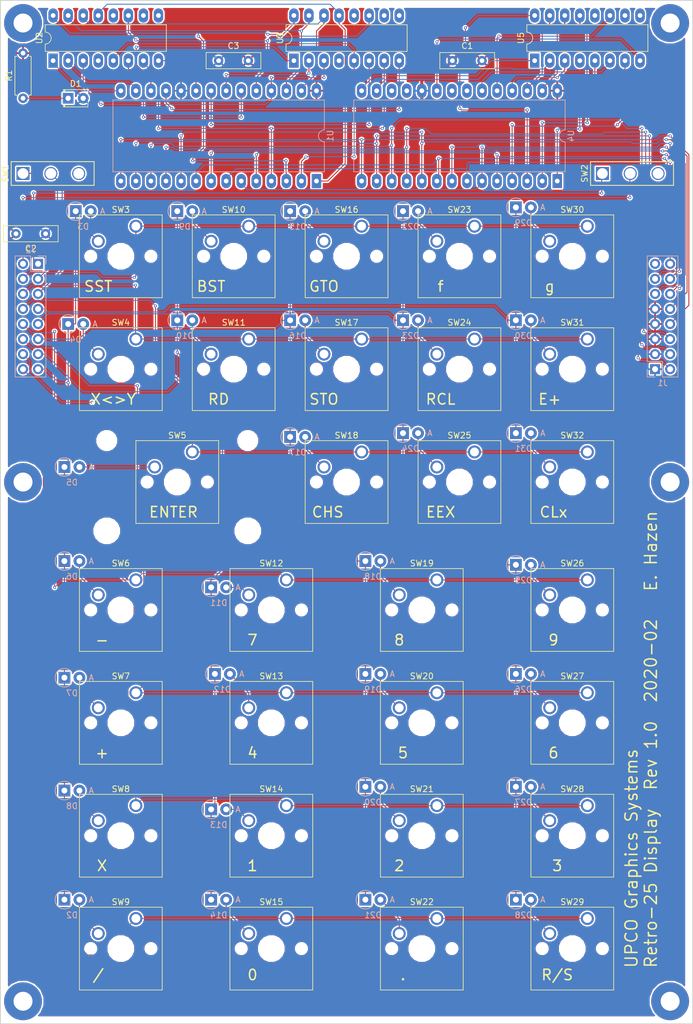
<source format=kicad_pcb>
(kicad_pcb (version 20171130) (host pcbnew 5.0.2-bee76a0~70~ubuntu18.04.1)
  (layers (0 F.Cu signal) (31 B.Cu signal) (34 B.Paste user) (35 F.Paste user) (36 B.SilkS user hide) (37 F.SilkS user) (38 B.Mask user) (39 F.Mask user) (44 Edge.Cuts user))
  (net 0 "")
  (net 1 GND)
  (net 2 VCC)
  (net 3 "Net-(D1-Pad1)")
  (net 4 /D0)
  (net 5 /D1)
  (net 6 /D2)
  (net 7 /D3)
  (net 8 /D4)
  (net 9 /WR2)
  (net 10 /D5)
  (net 11 "Net-(J1-Pad13)")
  (net 12 /D6)
  (net 13 /MODE)
  (net 14 /D7)
  (net 15 "Net-(J2-Pad16)")
  (net 16 "Net-(J2-Pad14)")
  (net 17 "Net-(J2-Pad12)")
  (net 18 "Net-(J2-Pad10)")
  (net 19 "Net-(J2-Pad8)")
  (net 20 "Net-(J2-Pad6)")
  (net 21 "Net-(J2-Pad5)")
  (net 22 "Net-(J2-Pad4)")
  (net 23 "Net-(J2-Pad3)")
  (net 24 "Net-(J2-Pad2)")
  (net 25 "Net-(J2-Pad1)")
  (net 26 "Net-(U1-Pad1)")
  (net 27 "Net-(U1-Pad15)")
  (net 28 "Net-(U1-Pad2)")
  (net 29 "Net-(U1-Pad16)")
  (net 30 "Net-(U1-Pad3)")
  (net 31 "Net-(U1-Pad17)")
  (net 32 "Net-(U1-Pad4)")
  (net 33 "Net-(U1-Pad18)")
  (net 34 "Net-(U1-Pad20)")
  (net 35 "Net-(U1-Pad21)")
  (net 36 "Net-(U1-Pad22)")
  (net 37 "Net-(U1-Pad23)")
  (net 38 "Net-(U1-Pad24)")
  (net 39 "Net-(U1-Pad25)")
  (net 40 "Net-(U1-Pad26)")
  (net 41 "Net-(U1-Pad27)")
  (net 42 "Net-(U2-Pad4)")
  (net 43 "Net-(U3-Pad4)")
  (net 44 "Net-(U4-Pad27)")
  (net 45 "Net-(U4-Pad26)")
  (net 46 "Net-(U4-Pad25)")
  (net 47 "Net-(U4-Pad24)")
  (net 48 "Net-(U4-Pad23)")
  (net 49 "Net-(U4-Pad22)")
  (net 50 "Net-(U4-Pad21)")
  (net 51 "Net-(U4-Pad20)")
  (net 52 "Net-(U4-Pad18)")
  (net 53 "Net-(U4-Pad4)")
  (net 54 "Net-(U4-Pad17)")
  (net 55 "Net-(U4-Pad3)")
  (net 56 "Net-(U4-Pad16)")
  (net 57 "Net-(U4-Pad2)")
  (net 58 "Net-(U4-Pad15)")
  (net 59 "Net-(U4-Pad1)")
  (net 60 "Net-(U5-Pad4)")
  (net 61 "Net-(D2-Pad2)")
  (net 62 "Net-(D2-Pad1)")
  (net 63 "Net-(D3-Pad2)")
  (net 64 "Net-(D4-Pad2)")
  (net 65 "Net-(D5-Pad2)")
  (net 66 "Net-(D6-Pad2)")
  (net 67 "Net-(D7-Pad2)")
  (net 68 "Net-(D8-Pad2)")
  (net 69 "Net-(D10-Pad1)")
  (net 70 "Net-(D9-Pad2)")
  (net 71 "Net-(D10-Pad2)")
  (net 72 "Net-(D11-Pad2)")
  (net 73 "Net-(D12-Pad2)")
  (net 74 "Net-(D13-Pad2)")
  (net 75 "Net-(D14-Pad2)")
  (net 76 "Net-(D15-Pad2)")
  (net 77 "Net-(D15-Pad1)")
  (net 78 "Net-(D16-Pad2)")
  (net 79 "Net-(D17-Pad2)")
  (net 80 "Net-(D18-Pad2)")
  (net 81 "Net-(D19-Pad2)")
  (net 82 "Net-(D20-Pad2)")
  (net 83 "Net-(D21-Pad2)")
  (net 84 "Net-(D22-Pad1)")
  (net 85 "Net-(D22-Pad2)")
  (net 86 "Net-(D23-Pad2)")
  (net 87 "Net-(D24-Pad2)")
  (net 88 "Net-(D25-Pad2)")
  (net 89 "Net-(D26-Pad2)")
  (net 90 "Net-(D27-Pad2)")
  (net 91 "Net-(D28-Pad2)")
  (net 92 "Net-(D29-Pad2)")
  (net 93 "Net-(D29-Pad1)")
  (net 94 "Net-(D30-Pad2)")
  (net 95 "Net-(D31-Pad2)")
  (module Package_DIP:DIP-16_W7.62mm_LongPads (layer F.Cu) (at 45.72 31.75 90)
    (fp_text reference U2 (at 3.81 -2.33 90) (layer F.SilkS))
    (fp_text value LTC-4627JR)
    (pad 1 thru_hole rect (at 0 0 90) (size 2.4 1.6) (drill 0.8) (layers *.Cu *.Mask) (net 27 "Net-(U1-Pad15)"))
    (pad 9 thru_hole oval (at 7.62 17.78 90) (size 2.4 1.6) (drill 0.8) (layers *.Cu *.Mask))
    (pad 2 thru_hole oval (at 0 2.54 90) (size 2.4 1.6) (drill 0.8) (layers *.Cu *.Mask) (net 29 "Net-(U1-Pad16)"))
    (pad 10 thru_hole oval (at 7.62 15.24 90) (size 2.4 1.6) (drill 0.8) (layers *.Cu *.Mask))
    (pad 3 thru_hole oval (at 0 5.08 90) (size 2.4 1.6) (drill 0.8) (layers *.Cu *.Mask) (net 39 "Net-(U1-Pad25)"))
    (pad 11 thru_hole oval (at 7.62 12.7 90) (size 2.4 1.6) (drill 0.8) (layers *.Cu *.Mask) (net 38 "Net-(U1-Pad24)"))
    (pad 4 thru_hole oval (at 0 7.62 90) (size 2.4 1.6) (drill 0.8) (layers *.Cu *.Mask) (net 42 "Net-(U2-Pad4)"))
    (pad 12 thru_hole oval (at 7.62 10.16 90) (size 2.4 1.6) (drill 0.8) (layers *.Cu *.Mask))
    (pad 5 thru_hole oval (at 0 10.16 90) (size 2.4 1.6) (drill 0.8) (layers *.Cu *.Mask) (net 28 "Net-(U1-Pad2)"))
    (pad 13 thru_hole oval (at 7.62 7.62 90) (size 2.4 1.6) (drill 0.8) (layers *.Cu *.Mask) (net 26 "Net-(U1-Pad1)"))
    (pad 6 thru_hole oval (at 0 12.7 90) (size 2.4 1.6) (drill 0.8) (layers *.Cu *.Mask) (net 37 "Net-(U1-Pad23)"))
    (pad 14 thru_hole oval (at 7.62 5.08 90) (size 2.4 1.6) (drill 0.8) (layers *.Cu *.Mask) (net 41 "Net-(U1-Pad27)"))
    (pad 7 thru_hole oval (at 0 15.24 90) (size 2.4 1.6) (drill 0.8) (layers *.Cu *.Mask) (net 32 "Net-(U1-Pad4)"))
    (pad 15 thru_hole oval (at 7.62 2.54 90) (size 2.4 1.6) (drill 0.8) (layers *.Cu *.Mask) (net 40 "Net-(U1-Pad26)"))
    (pad 8 thru_hole oval (at 0 17.78 90) (size 2.4 1.6) (drill 0.8) (layers *.Cu *.Mask) (net 34 "Net-(U1-Pad20)"))
    (pad 16 thru_hole oval (at 7.62 0 90) (size 2.4 1.6) (drill 0.8) (layers *.Cu *.Mask) (net 30 "Net-(U1-Pad3)"))
  )
  (module Package_DIP:DIP-16_W7.62mm_LongPads (layer F.Cu) (at 127 31.75 90)
    (fp_text reference U5 (at 3.81 -2.33 90) (layer F.SilkS))
    (fp_text value LTC-4627JR)
    (pad 1 thru_hole rect (at 0 0 90) (size 2.4 1.6) (drill 0.8) (layers *.Cu *.Mask) (net 58 "Net-(U4-Pad15)"))
    (pad 9 thru_hole oval (at 7.62 17.78 90) (size 2.4 1.6) (drill 0.8) (layers *.Cu *.Mask))
    (pad 2 thru_hole oval (at 0 2.54 90) (size 2.4 1.6) (drill 0.8) (layers *.Cu *.Mask) (net 56 "Net-(U4-Pad16)"))
    (pad 10 thru_hole oval (at 7.62 15.24 90) (size 2.4 1.6) (drill 0.8) (layers *.Cu *.Mask))
    (pad 3 thru_hole oval (at 0 5.08 90) (size 2.4 1.6) (drill 0.8) (layers *.Cu *.Mask) (net 46 "Net-(U4-Pad25)"))
    (pad 11 thru_hole oval (at 7.62 12.7 90) (size 2.4 1.6) (drill 0.8) (layers *.Cu *.Mask) (net 47 "Net-(U4-Pad24)"))
    (pad 4 thru_hole oval (at 0 7.62 90) (size 2.4 1.6) (drill 0.8) (layers *.Cu *.Mask) (net 60 "Net-(U5-Pad4)"))
    (pad 12 thru_hole oval (at 7.62 10.16 90) (size 2.4 1.6) (drill 0.8) (layers *.Cu *.Mask))
    (pad 5 thru_hole oval (at 0 10.16 90) (size 2.4 1.6) (drill 0.8) (layers *.Cu *.Mask) (net 57 "Net-(U4-Pad2)"))
    (pad 13 thru_hole oval (at 7.62 7.62 90) (size 2.4 1.6) (drill 0.8) (layers *.Cu *.Mask) (net 59 "Net-(U4-Pad1)"))
    (pad 6 thru_hole oval (at 0 12.7 90) (size 2.4 1.6) (drill 0.8) (layers *.Cu *.Mask) (net 48 "Net-(U4-Pad23)"))
    (pad 14 thru_hole oval (at 7.62 5.08 90) (size 2.4 1.6) (drill 0.8) (layers *.Cu *.Mask) (net 44 "Net-(U4-Pad27)"))
    (pad 7 thru_hole oval (at 0 15.24 90) (size 2.4 1.6) (drill 0.8) (layers *.Cu *.Mask) (net 53 "Net-(U4-Pad4)"))
    (pad 15 thru_hole oval (at 7.62 2.54 90) (size 2.4 1.6) (drill 0.8) (layers *.Cu *.Mask) (net 45 "Net-(U4-Pad26)"))
    (pad 8 thru_hole oval (at 0 17.78 90) (size 2.4 1.6) (drill 0.8) (layers *.Cu *.Mask) (net 51 "Net-(U4-Pad20)"))
    (pad 16 thru_hole oval (at 7.62 0 90) (size 2.4 1.6) (drill 0.8) (layers *.Cu *.Mask) (net 55 "Net-(U4-Pad3)"))
  )
  (module sw_slide:sw_slide_4.7mm (layer F.Cu) (at 138.43 50.8 90)
    (fp_text reference SW2 (at 0 -3 90) (layer F.SilkS))
    (fp_text value SW_SPST)
    (pad 3 thru_hole circle (at 0 9.4 90) (size 2.2 2.2) (drill 1.8) (layers *.Cu *.Mask))
    (pad 2 thru_hole circle (at 0 4.7 90) (size 2.2 2.2) (drill 1.8) (layers *.Cu *.Mask) (net 24 "Net-(J2-Pad2)"))
    (pad 1 thru_hole rect (at 0 0 90) (size 2.2 2.2) (drill 1.8) (layers *.Cu *.Mask) (net 25 "Net-(J2-Pad1)"))
  )
  (module sw_slide:sw_slide_4.7mm (layer F.Cu) (at 40.64 50.8 90)
    (fp_text reference SW1 (at 0 -3 90) (layer F.SilkS))
    (fp_text value SW_SPST)
    (pad 3 thru_hole circle (at 0 9.4 90) (size 2.2 2.2) (drill 1.8) (layers *.Cu *.Mask))
    (pad 2 thru_hole circle (at 0 4.7 90) (size 2.2 2.2) (drill 1.8) (layers *.Cu *.Mask) (net 23 "Net-(J2-Pad3)"))
    (pad 1 thru_hole rect (at 0 0 90) (size 2.2 2.2) (drill 1.8) (layers *.Cu *.Mask) (net 21 "Net-(J2-Pad5)"))
  )
  (module Capacitor_THT:C_Disc_D9.0mm_W2.5mm_P5.00mm (layer F.Cu) (at 113.11 31.75)
    (fp_text reference C1 (at 2.5 -2.5) (layer F.SilkS))
    (fp_text value 0.1uF)
    (pad 2 thru_hole circle (at 5 0) (size 1.6 1.6) (drill 0.8) (layers *.Cu *.Mask) (net 1 GND))
    (pad 1 thru_hole circle (at 0 0) (size 1.6 1.6) (drill 0.8) (layers *.Cu *.Mask) (net 2 VCC))
  )
  (module Capacitor_THT:C_Disc_D9.0mm_W2.5mm_P5.00mm (layer F.Cu) (at 44.45 60.96 180)
    (fp_text reference C2 (at 2.5 -2.5 180) (layer F.SilkS))
    (fp_text value 0.1uF)
    (pad 1 thru_hole circle (at 0 0 180) (size 1.6 1.6) (drill 0.8) (layers *.Cu *.Mask) (net 2 VCC))
    (pad 2 thru_hole circle (at 5 0 180) (size 1.6 1.6) (drill 0.8) (layers *.Cu *.Mask) (net 1 GND))
  )
  (module Capacitor_THT:C_Disc_D9.0mm_W2.5mm_P5.00mm (layer F.Cu) (at 73.66 31.75)
    (fp_text reference C3 (at 2.5 -2.5) (layer F.SilkS))
    (fp_text value 0.1uF)
    (pad 1 thru_hole circle (at 0 0) (size 1.6 1.6) (drill 0.8) (layers *.Cu *.Mask) (net 2 VCC))
    (pad 2 thru_hole circle (at 5 0) (size 1.6 1.6) (drill 0.8) (layers *.Cu *.Mask) (net 1 GND))
  )
  (module LED_THT:LED_D2.0mm_W4.0mm_H2.8mm_FlatTop (layer F.Cu) (at 48.26 38.1)
    (fp_text reference D1 (at 1.27 -2.46) (layer F.SilkS))
    (fp_text value LED)
    (pad 1 thru_hole rect (at 0 0) (size 1.8 1.8) (drill 0.9) (layers *.Cu *.Mask) (net 3 "Net-(D1-Pad1)"))
    (pad 2 thru_hole circle (at 2.54 0) (size 1.8 1.8) (drill 0.9) (layers *.Cu *.Mask) (net 2 VCC))
  )
  (module Connector_PinHeader_2.54mm:PinHeader_2x08_P2.54mm_Vertical (layer B.Cu) (at 147.32 83.82)
    (fp_text reference J1 (at 1.27 2.33) (layer B.SilkS) (effects (justify mirror)))
    (fp_text value C2x8100)
    (pad 1 thru_hole rect (at 0 0) (size 1.7 1.7) (drill 1) (layers *.Cu *.Mask) (net 2 VCC))
    (pad 2 thru_hole oval (at 2.54 0) (size 1.7 1.7) (drill 1) (layers *.Cu *.Mask) (net 4 /D0))
    (pad 3 thru_hole oval (at 0 -2.54) (size 1.7 1.7) (drill 1) (layers *.Cu *.Mask) (net 2 VCC))
    (pad 4 thru_hole oval (at 2.54 -2.54) (size 1.7 1.7) (drill 1) (layers *.Cu *.Mask) (net 5 /D1))
    (pad 5 thru_hole oval (at 0 -5.08) (size 1.7 1.7) (drill 1) (layers *.Cu *.Mask) (net 1 GND))
    (pad 6 thru_hole oval (at 2.54 -5.08) (size 1.7 1.7) (drill 1) (layers *.Cu *.Mask) (net 6 /D2))
    (pad 7 thru_hole oval (at 0 -7.62) (size 1.7 1.7) (drill 1) (layers *.Cu *.Mask) (net 1 GND))
    (pad 8 thru_hole oval (at 2.54 -7.62) (size 1.7 1.7) (drill 1) (layers *.Cu *.Mask) (net 7 /D3))
    (pad 9 thru_hole oval (at 0 -10.16) (size 1.7 1.7) (drill 1) (layers *.Cu *.Mask) (net 1 GND))
    (pad 10 thru_hole oval (at 2.54 -10.16) (size 1.7 1.7) (drill 1) (layers *.Cu *.Mask) (net 8 /D4))
    (pad 11 thru_hole oval (at 0 -12.7) (size 1.7 1.7) (drill 1) (layers *.Cu *.Mask) (net 9 /WR2))
    (pad 12 thru_hole oval (at 2.54 -12.7) (size 1.7 1.7) (drill 1) (layers *.Cu *.Mask) (net 10 /D5))
    (pad 13 thru_hole oval (at 0 -15.24) (size 1.7 1.7) (drill 1) (layers *.Cu *.Mask) (net 11 "Net-(J1-Pad13)"))
    (pad 14 thru_hole oval (at 2.54 -15.24) (size 1.7 1.7) (drill 1) (layers *.Cu *.Mask) (net 12 /D6))
    (pad 15 thru_hole oval (at 0 -17.78) (size 1.7 1.7) (drill 1) (layers *.Cu *.Mask) (net 13 /MODE))
    (pad 16 thru_hole oval (at 2.54 -17.78) (size 1.7 1.7) (drill 1) (layers *.Cu *.Mask) (net 14 /D7))
  )
  (module Connector_PinHeader_2.54mm:PinHeader_2x08_P2.54mm_Vertical (layer B.Cu) (at 43.18 66.04 180)
    (fp_text reference J2 (at 1.27 2.33 180) (layer B.SilkS) (effects (justify mirror)))
    (fp_text value C2x8100)
    (pad 16 thru_hole oval (at 2.54 -17.78 180) (size 1.7 1.7) (drill 1) (layers *.Cu *.Mask) (net 15 "Net-(J2-Pad16)"))
    (pad 15 thru_hole oval (at 0 -17.78 180) (size 1.7 1.7) (drill 1) (layers *.Cu *.Mask) (net 62 "Net-(D2-Pad1)"))
    (pad 14 thru_hole oval (at 2.54 -15.24 180) (size 1.7 1.7) (drill 1) (layers *.Cu *.Mask) (net 16 "Net-(J2-Pad14)"))
    (pad 13 thru_hole oval (at 0 -15.24 180) (size 1.7 1.7) (drill 1) (layers *.Cu *.Mask) (net 69 "Net-(D10-Pad1)"))
    (pad 12 thru_hole oval (at 2.54 -12.7 180) (size 1.7 1.7) (drill 1) (layers *.Cu *.Mask) (net 17 "Net-(J2-Pad12)"))
    (pad 11 thru_hole oval (at 0 -12.7 180) (size 1.7 1.7) (drill 1) (layers *.Cu *.Mask) (net 77 "Net-(D15-Pad1)"))
    (pad 10 thru_hole oval (at 2.54 -10.16 180) (size 1.7 1.7) (drill 1) (layers *.Cu *.Mask) (net 18 "Net-(J2-Pad10)"))
    (pad 9 thru_hole oval (at 0 -10.16 180) (size 1.7 1.7) (drill 1) (layers *.Cu *.Mask) (net 84 "Net-(D22-Pad1)"))
    (pad 8 thru_hole oval (at 2.54 -7.62 180) (size 1.7 1.7) (drill 1) (layers *.Cu *.Mask) (net 19 "Net-(J2-Pad8)"))
    (pad 7 thru_hole oval (at 0 -7.62 180) (size 1.7 1.7) (drill 1) (layers *.Cu *.Mask) (net 93 "Net-(D29-Pad1)"))
    (pad 6 thru_hole oval (at 2.54 -5.08 180) (size 1.7 1.7) (drill 1) (layers *.Cu *.Mask) (net 20 "Net-(J2-Pad6)"))
    (pad 5 thru_hole oval (at 0 -5.08 180) (size 1.7 1.7) (drill 1) (layers *.Cu *.Mask) (net 21 "Net-(J2-Pad5)"))
    (pad 4 thru_hole oval (at 2.54 -2.54 180) (size 1.7 1.7) (drill 1) (layers *.Cu *.Mask) (net 22 "Net-(J2-Pad4)"))
    (pad 3 thru_hole oval (at 0 -2.54 180) (size 1.7 1.7) (drill 1) (layers *.Cu *.Mask) (net 23 "Net-(J2-Pad3)"))
    (pad 2 thru_hole oval (at 2.54 0 180) (size 1.7 1.7) (drill 1) (layers *.Cu *.Mask) (net 24 "Net-(J2-Pad2)"))
    (pad 1 thru_hole rect (at 0 0 180) (size 1.7 1.7) (drill 1) (layers *.Cu *.Mask) (net 25 "Net-(J2-Pad1)"))
  )
  (module Resistor_THT:R_Axial_DIN0207_L6.3mm_D2.5mm_P7.62mm_Horizontal (layer F.Cu) (at 40.64 38.1 90)
    (fp_text reference R1 (at 3.81 -2.37 90) (layer F.SilkS))
    (fp_text value 470)
    (pad 1 thru_hole circle (at 0 0 90) (size 1.6 1.6) (drill 0.8) (layers *.Cu *.Mask) (net 3 "Net-(D1-Pad1)"))
    (pad 2 thru_hole oval (at 7.62 0 90) (size 1.6 1.6) (drill 0.8) (layers *.Cu *.Mask) (net 1 GND))
  )
  (module Button_Switch_Keyboard:SW_Cherry_MX1A_1.00u_PCB (layer F.Cu) (at 59.69 59.69)
    (fp_text reference SW3 (at -2.54 -2.794) (layer F.SilkS))
    (fp_text value MX1A-C1NW)
    (pad 1 thru_hole circle (at 0 0) (size 2.2 2.2) (drill 1.5) (layers *.Cu *.Mask) (net 22 "Net-(J2-Pad4)"))
    (pad 2 thru_hole circle (at -6.35 2.54) (size 2.2 2.2) (drill 1.5) (layers *.Cu *.Mask) (net 63 "Net-(D3-Pad2)"))
    (pad "" np_thru_hole circle (at -2.54 5.08) (size 4 4) (drill 4) (layers *.Cu *.Mask))
    (pad "" np_thru_hole circle (at -7.62 5.08) (size 1.7 1.7) (drill 1.7) (layers *.Cu *.Mask))
    (pad "" np_thru_hole circle (at 2.54 5.08) (size 1.7 1.7) (drill 1.7) (layers *.Cu *.Mask))
  )
  (module Button_Switch_Keyboard:SW_Cherry_MX1A_1.00u_PCB (layer F.Cu) (at 59.69 78.74)
    (fp_text reference SW4 (at -2.54 -2.794) (layer F.SilkS))
    (fp_text value MX1A-C1NW)
    (pad 1 thru_hole circle (at 0 0) (size 2.2 2.2) (drill 1.5) (layers *.Cu *.Mask) (net 20 "Net-(J2-Pad6)"))
    (pad 2 thru_hole circle (at -6.35 2.54) (size 2.2 2.2) (drill 1.5) (layers *.Cu *.Mask) (net 64 "Net-(D4-Pad2)"))
    (pad "" np_thru_hole circle (at -2.54 5.08) (size 4 4) (drill 4) (layers *.Cu *.Mask))
    (pad "" np_thru_hole circle (at -7.62 5.08) (size 1.7 1.7) (drill 1.7) (layers *.Cu *.Mask))
    (pad "" np_thru_hole circle (at 2.54 5.08) (size 1.7 1.7) (drill 1.7) (layers *.Cu *.Mask))
  )
  (module Button_Switch_Keyboard:SW_Cherry_MX1A_2.00u_PCB (layer F.Cu) (at 69.215 97.79)
    (fp_text reference SW5 (at -2.54 -2.794) (layer F.SilkS))
    (fp_text value MX1A-C1NW)
    (pad 1 thru_hole circle (at 0 0) (size 2.2 2.2) (drill 1.5) (layers *.Cu *.Mask) (net 19 "Net-(J2-Pad8)"))
    (pad 2 thru_hole circle (at -6.35 2.54) (size 2.2 2.2) (drill 1.5) (layers *.Cu *.Mask) (net 65 "Net-(D5-Pad2)"))
    (pad "" np_thru_hole circle (at -2.54 5.08) (size 4 4) (drill 4) (layers *.Cu *.Mask))
    (pad "" np_thru_hole circle (at -7.62 5.08) (size 1.7 1.7) (drill 1.7) (layers *.Cu *.Mask))
    (pad "" np_thru_hole circle (at 2.54 5.08) (size 1.7 1.7) (drill 1.7) (layers *.Cu *.Mask))
    (pad "" np_thru_hole circle (at 9.36 13.32) (size 4 4) (drill 4) (layers *.Cu *.Mask))
    (pad "" np_thru_hole circle (at -14.44 13.32) (size 4 4) (drill 4) (layers *.Cu *.Mask))
    (pad "" np_thru_hole circle (at -14.44 -1.92) (size 3.05 3.05) (drill 3.05) (layers *.Cu *.Mask))
    (pad "" np_thru_hole circle (at 9.36 -1.92) (size 3.05 3.05) (drill 3.05) (layers *.Cu *.Mask))
  )
  (module Button_Switch_Keyboard:SW_Cherry_MX1A_1.00u_PCB (layer F.Cu) (at 59.69 119.38)
    (fp_text reference SW6 (at -2.54 -2.794) (layer F.SilkS))
    (fp_text value MX1A-C1NW)
    (pad 1 thru_hole circle (at 0 0) (size 2.2 2.2) (drill 1.5) (layers *.Cu *.Mask) (net 18 "Net-(J2-Pad10)"))
    (pad 2 thru_hole circle (at -6.35 2.54) (size 2.2 2.2) (drill 1.5) (layers *.Cu *.Mask) (net 66 "Net-(D6-Pad2)"))
    (pad "" np_thru_hole circle (at -2.54 5.08) (size 4 4) (drill 4) (layers *.Cu *.Mask))
    (pad "" np_thru_hole circle (at -7.62 5.08) (size 1.7 1.7) (drill 1.7) (layers *.Cu *.Mask))
    (pad "" np_thru_hole circle (at 2.54 5.08) (size 1.7 1.7) (drill 1.7) (layers *.Cu *.Mask))
  )
  (module Button_Switch_Keyboard:SW_Cherry_MX1A_1.00u_PCB (layer F.Cu) (at 59.69 138.43)
    (fp_text reference SW7 (at -2.54 -2.794) (layer F.SilkS))
    (fp_text value MX1A-C1NW)
    (pad 1 thru_hole circle (at 0 0) (size 2.2 2.2) (drill 1.5) (layers *.Cu *.Mask) (net 17 "Net-(J2-Pad12)"))
    (pad 2 thru_hole circle (at -6.35 2.54) (size 2.2 2.2) (drill 1.5) (layers *.Cu *.Mask) (net 67 "Net-(D7-Pad2)"))
    (pad "" np_thru_hole circle (at -2.54 5.08) (size 4 4) (drill 4) (layers *.Cu *.Mask))
    (pad "" np_thru_hole circle (at -7.62 5.08) (size 1.7 1.7) (drill 1.7) (layers *.Cu *.Mask))
    (pad "" np_thru_hole circle (at 2.54 5.08) (size 1.7 1.7) (drill 1.7) (layers *.Cu *.Mask))
  )
  (module Button_Switch_Keyboard:SW_Cherry_MX1A_1.00u_PCB (layer F.Cu) (at 59.69 157.48)
    (fp_text reference SW8 (at -2.54 -2.794) (layer F.SilkS))
    (fp_text value MX1A-C1NW)
    (pad 1 thru_hole circle (at 0 0) (size 2.2 2.2) (drill 1.5) (layers *.Cu *.Mask) (net 16 "Net-(J2-Pad14)"))
    (pad 2 thru_hole circle (at -6.35 2.54) (size 2.2 2.2) (drill 1.5) (layers *.Cu *.Mask) (net 68 "Net-(D8-Pad2)"))
    (pad "" np_thru_hole circle (at -2.54 5.08) (size 4 4) (drill 4) (layers *.Cu *.Mask))
    (pad "" np_thru_hole circle (at -7.62 5.08) (size 1.7 1.7) (drill 1.7) (layers *.Cu *.Mask))
    (pad "" np_thru_hole circle (at 2.54 5.08) (size 1.7 1.7) (drill 1.7) (layers *.Cu *.Mask))
  )
  (module Button_Switch_Keyboard:SW_Cherry_MX1A_1.00u_PCB (layer F.Cu) (at 59.69 176.53)
    (fp_text reference SW9 (at -2.54 -2.794) (layer F.SilkS))
    (fp_text value MX1A-C1NW)
    (pad 1 thru_hole circle (at 0 0) (size 2.2 2.2) (drill 1.5) (layers *.Cu *.Mask) (net 15 "Net-(J2-Pad16)"))
    (pad 2 thru_hole circle (at -6.35 2.54) (size 2.2 2.2) (drill 1.5) (layers *.Cu *.Mask) (net 61 "Net-(D2-Pad2)"))
    (pad "" np_thru_hole circle (at -2.54 5.08) (size 4 4) (drill 4) (layers *.Cu *.Mask))
    (pad "" np_thru_hole circle (at -7.62 5.08) (size 1.7 1.7) (drill 1.7) (layers *.Cu *.Mask))
    (pad "" np_thru_hole circle (at 2.54 5.08) (size 1.7 1.7) (drill 1.7) (layers *.Cu *.Mask))
  )
  (module Button_Switch_Keyboard:SW_Cherry_MX1A_1.00u_PCB (layer F.Cu) (at 78.74 59.69)
    (fp_text reference SW10 (at -2.54 -2.794) (layer F.SilkS))
    (fp_text value MX1A-C1NW)
    (pad 1 thru_hole circle (at 0 0) (size 2.2 2.2) (drill 1.5) (layers *.Cu *.Mask) (net 22 "Net-(J2-Pad4)"))
    (pad 2 thru_hole circle (at -6.35 2.54) (size 2.2 2.2) (drill 1.5) (layers *.Cu *.Mask) (net 70 "Net-(D9-Pad2)"))
    (pad "" np_thru_hole circle (at -2.54 5.08) (size 4 4) (drill 4) (layers *.Cu *.Mask))
    (pad "" np_thru_hole circle (at -7.62 5.08) (size 1.7 1.7) (drill 1.7) (layers *.Cu *.Mask))
    (pad "" np_thru_hole circle (at 2.54 5.08) (size 1.7 1.7) (drill 1.7) (layers *.Cu *.Mask))
  )
  (module Button_Switch_Keyboard:SW_Cherry_MX1A_1.00u_PCB (layer F.Cu) (at 78.74 78.74)
    (fp_text reference SW11 (at -2.54 -2.794) (layer F.SilkS))
    (fp_text value MX1A-C1NW)
    (pad "" np_thru_hole circle (at 2.54 5.08) (size 1.7 1.7) (drill 1.7) (layers *.Cu *.Mask))
    (pad "" np_thru_hole circle (at -7.62 5.08) (size 1.7 1.7) (drill 1.7) (layers *.Cu *.Mask))
    (pad "" np_thru_hole circle (at -2.54 5.08) (size 4 4) (drill 4) (layers *.Cu *.Mask))
    (pad 2 thru_hole circle (at -6.35 2.54) (size 2.2 2.2) (drill 1.5) (layers *.Cu *.Mask) (net 71 "Net-(D10-Pad2)"))
    (pad 1 thru_hole circle (at 0 0) (size 2.2 2.2) (drill 1.5) (layers *.Cu *.Mask) (net 20 "Net-(J2-Pad6)"))
  )
  (module Button_Switch_Keyboard:SW_Cherry_MX1A_1.00u_PCB (layer F.Cu) (at 85.09 119.38)
    (fp_text reference SW12 (at -2.54 -2.794) (layer F.SilkS))
    (fp_text value MX1A-C1NW)
    (pad "" np_thru_hole circle (at 2.54 5.08) (size 1.7 1.7) (drill 1.7) (layers *.Cu *.Mask))
    (pad "" np_thru_hole circle (at -7.62 5.08) (size 1.7 1.7) (drill 1.7) (layers *.Cu *.Mask))
    (pad "" np_thru_hole circle (at -2.54 5.08) (size 4 4) (drill 4) (layers *.Cu *.Mask))
    (pad 2 thru_hole circle (at -6.35 2.54) (size 2.2 2.2) (drill 1.5) (layers *.Cu *.Mask) (net 72 "Net-(D11-Pad2)"))
    (pad 1 thru_hole circle (at 0 0) (size 2.2 2.2) (drill 1.5) (layers *.Cu *.Mask) (net 18 "Net-(J2-Pad10)"))
  )
  (module Button_Switch_Keyboard:SW_Cherry_MX1A_1.00u_PCB (layer F.Cu) (at 85.09 138.43)
    (fp_text reference SW13 (at -2.54 -2.794) (layer F.SilkS))
    (fp_text value MX1A-C1NW)
    (pad "" np_thru_hole circle (at 2.54 5.08) (size 1.7 1.7) (drill 1.7) (layers *.Cu *.Mask))
    (pad "" np_thru_hole circle (at -7.62 5.08) (size 1.7 1.7) (drill 1.7) (layers *.Cu *.Mask))
    (pad "" np_thru_hole circle (at -2.54 5.08) (size 4 4) (drill 4) (layers *.Cu *.Mask))
    (pad 2 thru_hole circle (at -6.35 2.54) (size 2.2 2.2) (drill 1.5) (layers *.Cu *.Mask) (net 73 "Net-(D12-Pad2)"))
    (pad 1 thru_hole circle (at 0 0) (size 2.2 2.2) (drill 1.5) (layers *.Cu *.Mask) (net 17 "Net-(J2-Pad12)"))
  )
  (module Button_Switch_Keyboard:SW_Cherry_MX1A_1.00u_PCB (layer F.Cu) (at 85.09 157.48)
    (fp_text reference SW14 (at -2.54 -2.794) (layer F.SilkS))
    (fp_text value MX1A-C1NW)
    (pad "" np_thru_hole circle (at 2.54 5.08) (size 1.7 1.7) (drill 1.7) (layers *.Cu *.Mask))
    (pad "" np_thru_hole circle (at -7.62 5.08) (size 1.7 1.7) (drill 1.7) (layers *.Cu *.Mask))
    (pad "" np_thru_hole circle (at -2.54 5.08) (size 4 4) (drill 4) (layers *.Cu *.Mask))
    (pad 2 thru_hole circle (at -6.35 2.54) (size 2.2 2.2) (drill 1.5) (layers *.Cu *.Mask) (net 74 "Net-(D13-Pad2)"))
    (pad 1 thru_hole circle (at 0 0) (size 2.2 2.2) (drill 1.5) (layers *.Cu *.Mask) (net 16 "Net-(J2-Pad14)"))
  )
  (module Button_Switch_Keyboard:SW_Cherry_MX1A_1.00u_PCB (layer F.Cu) (at 85.09 176.53)
    (fp_text reference SW15 (at -2.54 -2.794) (layer F.SilkS))
    (fp_text value MX1A-C1NW)
    (pad "" np_thru_hole circle (at 2.54 5.08) (size 1.7 1.7) (drill 1.7) (layers *.Cu *.Mask))
    (pad "" np_thru_hole circle (at -7.62 5.08) (size 1.7 1.7) (drill 1.7) (layers *.Cu *.Mask))
    (pad "" np_thru_hole circle (at -2.54 5.08) (size 4 4) (drill 4) (layers *.Cu *.Mask))
    (pad 2 thru_hole circle (at -6.35 2.54) (size 2.2 2.2) (drill 1.5) (layers *.Cu *.Mask) (net 75 "Net-(D14-Pad2)"))
    (pad 1 thru_hole circle (at 0 0) (size 2.2 2.2) (drill 1.5) (layers *.Cu *.Mask) (net 15 "Net-(J2-Pad16)"))
  )
  (module Button_Switch_Keyboard:SW_Cherry_MX1A_1.00u_PCB (layer F.Cu) (at 97.79 59.69)
    (fp_text reference SW16 (at -2.54 -2.794) (layer F.SilkS))
    (fp_text value MX1A-C1NW)
    (pad "" np_thru_hole circle (at 2.54 5.08) (size 1.7 1.7) (drill 1.7) (layers *.Cu *.Mask))
    (pad "" np_thru_hole circle (at -7.62 5.08) (size 1.7 1.7) (drill 1.7) (layers *.Cu *.Mask))
    (pad "" np_thru_hole circle (at -2.54 5.08) (size 4 4) (drill 4) (layers *.Cu *.Mask))
    (pad 2 thru_hole circle (at -6.35 2.54) (size 2.2 2.2) (drill 1.5) (layers *.Cu *.Mask) (net 76 "Net-(D15-Pad2)"))
    (pad 1 thru_hole circle (at 0 0) (size 2.2 2.2) (drill 1.5) (layers *.Cu *.Mask) (net 22 "Net-(J2-Pad4)"))
  )
  (module Button_Switch_Keyboard:SW_Cherry_MX1A_1.00u_PCB (layer F.Cu) (at 97.79 78.74)
    (fp_text reference SW17 (at -2.54 -2.794) (layer F.SilkS))
    (fp_text value MX1A-C1NW)
    (pad 1 thru_hole circle (at 0 0) (size 2.2 2.2) (drill 1.5) (layers *.Cu *.Mask) (net 20 "Net-(J2-Pad6)"))
    (pad 2 thru_hole circle (at -6.35 2.54) (size 2.2 2.2) (drill 1.5) (layers *.Cu *.Mask) (net 78 "Net-(D16-Pad2)"))
    (pad "" np_thru_hole circle (at -2.54 5.08) (size 4 4) (drill 4) (layers *.Cu *.Mask))
    (pad "" np_thru_hole circle (at -7.62 5.08) (size 1.7 1.7) (drill 1.7) (layers *.Cu *.Mask))
    (pad "" np_thru_hole circle (at 2.54 5.08) (size 1.7 1.7) (drill 1.7) (layers *.Cu *.Mask))
  )
  (module Button_Switch_Keyboard:SW_Cherry_MX1A_1.00u_PCB (layer F.Cu) (at 97.79 97.79)
    (fp_text reference SW18 (at -2.54 -2.794) (layer F.SilkS))
    (fp_text value MX1A-C1NW)
    (pad "" np_thru_hole circle (at 2.54 5.08) (size 1.7 1.7) (drill 1.7) (layers *.Cu *.Mask))
    (pad "" np_thru_hole circle (at -7.62 5.08) (size 1.7 1.7) (drill 1.7) (layers *.Cu *.Mask))
    (pad "" np_thru_hole circle (at -2.54 5.08) (size 4 4) (drill 4) (layers *.Cu *.Mask))
    (pad 2 thru_hole circle (at -6.35 2.54) (size 2.2 2.2) (drill 1.5) (layers *.Cu *.Mask) (net 79 "Net-(D17-Pad2)"))
    (pad 1 thru_hole circle (at 0 0) (size 2.2 2.2) (drill 1.5) (layers *.Cu *.Mask) (net 19 "Net-(J2-Pad8)"))
  )
  (module Button_Switch_Keyboard:SW_Cherry_MX1A_1.00u_PCB (layer F.Cu) (at 110.49 119.38)
    (fp_text reference SW19 (at -2.54 -2.794) (layer F.SilkS))
    (fp_text value MX1A-C1NW)
    (pad 1 thru_hole circle (at 0 0) (size 2.2 2.2) (drill 1.5) (layers *.Cu *.Mask) (net 18 "Net-(J2-Pad10)"))
    (pad 2 thru_hole circle (at -6.35 2.54) (size 2.2 2.2) (drill 1.5) (layers *.Cu *.Mask) (net 80 "Net-(D18-Pad2)"))
    (pad "" np_thru_hole circle (at -2.54 5.08) (size 4 4) (drill 4) (layers *.Cu *.Mask))
    (pad "" np_thru_hole circle (at -7.62 5.08) (size 1.7 1.7) (drill 1.7) (layers *.Cu *.Mask))
    (pad "" np_thru_hole circle (at 2.54 5.08) (size 1.7 1.7) (drill 1.7) (layers *.Cu *.Mask))
  )
  (module Button_Switch_Keyboard:SW_Cherry_MX1A_1.00u_PCB (layer F.Cu) (at 110.49 138.43)
    (fp_text reference SW20 (at -2.54 -2.794) (layer F.SilkS))
    (fp_text value MX1A-C1NW)
    (pad 1 thru_hole circle (at 0 0) (size 2.2 2.2) (drill 1.5) (layers *.Cu *.Mask) (net 17 "Net-(J2-Pad12)"))
    (pad 2 thru_hole circle (at -6.35 2.54) (size 2.2 2.2) (drill 1.5) (layers *.Cu *.Mask) (net 81 "Net-(D19-Pad2)"))
    (pad "" np_thru_hole circle (at -2.54 5.08) (size 4 4) (drill 4) (layers *.Cu *.Mask))
    (pad "" np_thru_hole circle (at -7.62 5.08) (size 1.7 1.7) (drill 1.7) (layers *.Cu *.Mask))
    (pad "" np_thru_hole circle (at 2.54 5.08) (size 1.7 1.7) (drill 1.7) (layers *.Cu *.Mask))
  )
  (module Button_Switch_Keyboard:SW_Cherry_MX1A_1.00u_PCB (layer F.Cu) (at 110.49 157.48)
    (fp_text reference SW21 (at -2.54 -2.794) (layer F.SilkS))
    (fp_text value MX1A-C1NW)
    (pad 1 thru_hole circle (at 0 0) (size 2.2 2.2) (drill 1.5) (layers *.Cu *.Mask) (net 16 "Net-(J2-Pad14)"))
    (pad 2 thru_hole circle (at -6.35 2.54) (size 2.2 2.2) (drill 1.5) (layers *.Cu *.Mask) (net 82 "Net-(D20-Pad2)"))
    (pad "" np_thru_hole circle (at -2.54 5.08) (size 4 4) (drill 4) (layers *.Cu *.Mask))
    (pad "" np_thru_hole circle (at -7.62 5.08) (size 1.7 1.7) (drill 1.7) (layers *.Cu *.Mask))
    (pad "" np_thru_hole circle (at 2.54 5.08) (size 1.7 1.7) (drill 1.7) (layers *.Cu *.Mask))
  )
  (module Button_Switch_Keyboard:SW_Cherry_MX1A_1.00u_PCB (layer F.Cu) (at 110.49 176.53)
    (fp_text reference SW22 (at -2.54 -2.794) (layer F.SilkS))
    (fp_text value MX1A-C1NW)
    (pad 1 thru_hole circle (at 0 0) (size 2.2 2.2) (drill 1.5) (layers *.Cu *.Mask) (net 15 "Net-(J2-Pad16)"))
    (pad 2 thru_hole circle (at -6.35 2.54) (size 2.2 2.2) (drill 1.5) (layers *.Cu *.Mask) (net 83 "Net-(D21-Pad2)"))
    (pad "" np_thru_hole circle (at -2.54 5.08) (size 4 4) (drill 4) (layers *.Cu *.Mask))
    (pad "" np_thru_hole circle (at -7.62 5.08) (size 1.7 1.7) (drill 1.7) (layers *.Cu *.Mask))
    (pad "" np_thru_hole circle (at 2.54 5.08) (size 1.7 1.7) (drill 1.7) (layers *.Cu *.Mask))
  )
  (module Button_Switch_Keyboard:SW_Cherry_MX1A_1.00u_PCB (layer F.Cu) (at 116.84 59.69)
    (fp_text reference SW23 (at -2.54 -2.794) (layer F.SilkS))
    (fp_text value MX1A-C1NW)
    (pad 1 thru_hole circle (at 0 0) (size 2.2 2.2) (drill 1.5) (layers *.Cu *.Mask) (net 22 "Net-(J2-Pad4)"))
    (pad 2 thru_hole circle (at -6.35 2.54) (size 2.2 2.2) (drill 1.5) (layers *.Cu *.Mask) (net 85 "Net-(D22-Pad2)"))
    (pad "" np_thru_hole circle (at -2.54 5.08) (size 4 4) (drill 4) (layers *.Cu *.Mask))
    (pad "" np_thru_hole circle (at -7.62 5.08) (size 1.7 1.7) (drill 1.7) (layers *.Cu *.Mask))
    (pad "" np_thru_hole circle (at 2.54 5.08) (size 1.7 1.7) (drill 1.7) (layers *.Cu *.Mask))
  )
  (module Button_Switch_Keyboard:SW_Cherry_MX1A_1.00u_PCB (layer F.Cu) (at 116.84 78.74)
    (fp_text reference SW24 (at -2.54 -2.794) (layer F.SilkS))
    (fp_text value MX1A-C1NW)
    (pad "" np_thru_hole circle (at 2.54 5.08) (size 1.7 1.7) (drill 1.7) (layers *.Cu *.Mask))
    (pad "" np_thru_hole circle (at -7.62 5.08) (size 1.7 1.7) (drill 1.7) (layers *.Cu *.Mask))
    (pad "" np_thru_hole circle (at -2.54 5.08) (size 4 4) (drill 4) (layers *.Cu *.Mask))
    (pad 2 thru_hole circle (at -6.35 2.54) (size 2.2 2.2) (drill 1.5) (layers *.Cu *.Mask) (net 86 "Net-(D23-Pad2)"))
    (pad 1 thru_hole circle (at 0 0) (size 2.2 2.2) (drill 1.5) (layers *.Cu *.Mask) (net 20 "Net-(J2-Pad6)"))
  )
  (module Button_Switch_Keyboard:SW_Cherry_MX1A_1.00u_PCB (layer F.Cu) (at 116.84 97.79)
    (fp_text reference SW25 (at -2.54 -2.794) (layer F.SilkS))
    (fp_text value MX1A-C1NW)
    (pad 1 thru_hole circle (at 0 0) (size 2.2 2.2) (drill 1.5) (layers *.Cu *.Mask) (net 19 "Net-(J2-Pad8)"))
    (pad 2 thru_hole circle (at -6.35 2.54) (size 2.2 2.2) (drill 1.5) (layers *.Cu *.Mask) (net 87 "Net-(D24-Pad2)"))
    (pad "" np_thru_hole circle (at -2.54 5.08) (size 4 4) (drill 4) (layers *.Cu *.Mask))
    (pad "" np_thru_hole circle (at -7.62 5.08) (size 1.7 1.7) (drill 1.7) (layers *.Cu *.Mask))
    (pad "" np_thru_hole circle (at 2.54 5.08) (size 1.7 1.7) (drill 1.7) (layers *.Cu *.Mask))
  )
  (module Button_Switch_Keyboard:SW_Cherry_MX1A_1.00u_PCB (layer F.Cu) (at 135.89 119.38)
    (fp_text reference SW26 (at -2.54 -2.794) (layer F.SilkS))
    (fp_text value MX1A-C1NW)
    (pad "" np_thru_hole circle (at 2.54 5.08) (size 1.7 1.7) (drill 1.7) (layers *.Cu *.Mask))
    (pad "" np_thru_hole circle (at -7.62 5.08) (size 1.7 1.7) (drill 1.7) (layers *.Cu *.Mask))
    (pad "" np_thru_hole circle (at -2.54 5.08) (size 4 4) (drill 4) (layers *.Cu *.Mask))
    (pad 2 thru_hole circle (at -6.35 2.54) (size 2.2 2.2) (drill 1.5) (layers *.Cu *.Mask) (net 88 "Net-(D25-Pad2)"))
    (pad 1 thru_hole circle (at 0 0) (size 2.2 2.2) (drill 1.5) (layers *.Cu *.Mask) (net 18 "Net-(J2-Pad10)"))
  )
  (module Button_Switch_Keyboard:SW_Cherry_MX1A_1.00u_PCB (layer F.Cu) (at 135.89 138.43)
    (fp_text reference SW27 (at -2.54 -2.794) (layer F.SilkS))
    (fp_text value MX1A-C1NW)
    (pad "" np_thru_hole circle (at 2.54 5.08) (size 1.7 1.7) (drill 1.7) (layers *.Cu *.Mask))
    (pad "" np_thru_hole circle (at -7.62 5.08) (size 1.7 1.7) (drill 1.7) (layers *.Cu *.Mask))
    (pad "" np_thru_hole circle (at -2.54 5.08) (size 4 4) (drill 4) (layers *.Cu *.Mask))
    (pad 2 thru_hole circle (at -6.35 2.54) (size 2.2 2.2) (drill 1.5) (layers *.Cu *.Mask) (net 89 "Net-(D26-Pad2)"))
    (pad 1 thru_hole circle (at 0 0) (size 2.2 2.2) (drill 1.5) (layers *.Cu *.Mask) (net 17 "Net-(J2-Pad12)"))
  )
  (module Button_Switch_Keyboard:SW_Cherry_MX1A_1.00u_PCB (layer F.Cu) (at 135.89 157.48)
    (fp_text reference SW28 (at -2.54 -2.794) (layer F.SilkS))
    (fp_text value MX1A-C1NW)
    (pad "" np_thru_hole circle (at 2.54 5.08) (size 1.7 1.7) (drill 1.7) (layers *.Cu *.Mask))
    (pad "" np_thru_hole circle (at -7.62 5.08) (size 1.7 1.7) (drill 1.7) (layers *.Cu *.Mask))
    (pad "" np_thru_hole circle (at -2.54 5.08) (size 4 4) (drill 4) (layers *.Cu *.Mask))
    (pad 2 thru_hole circle (at -6.35 2.54) (size 2.2 2.2) (drill 1.5) (layers *.Cu *.Mask) (net 90 "Net-(D27-Pad2)"))
    (pad 1 thru_hole circle (at 0 0) (size 2.2 2.2) (drill 1.5) (layers *.Cu *.Mask) (net 16 "Net-(J2-Pad14)"))
  )
  (module Button_Switch_Keyboard:SW_Cherry_MX1A_1.00u_PCB (layer F.Cu) (at 135.89 176.53)
    (fp_text reference SW29 (at -2.54 -2.794) (layer F.SilkS))
    (fp_text value MX1A-C1NW)
    (pad "" np_thru_hole circle (at 2.54 5.08) (size 1.7 1.7) (drill 1.7) (layers *.Cu *.Mask))
    (pad "" np_thru_hole circle (at -7.62 5.08) (size 1.7 1.7) (drill 1.7) (layers *.Cu *.Mask))
    (pad "" np_thru_hole circle (at -2.54 5.08) (size 4 4) (drill 4) (layers *.Cu *.Mask))
    (pad 2 thru_hole circle (at -6.35 2.54) (size 2.2 2.2) (drill 1.5) (layers *.Cu *.Mask) (net 91 "Net-(D28-Pad2)"))
    (pad 1 thru_hole circle (at 0 0) (size 2.2 2.2) (drill 1.5) (layers *.Cu *.Mask) (net 15 "Net-(J2-Pad16)"))
  )
  (module Button_Switch_Keyboard:SW_Cherry_MX1A_1.00u_PCB (layer F.Cu) (at 135.89 59.69)
    (fp_text reference SW30 (at -2.54 -2.794) (layer F.SilkS))
    (fp_text value MX1A-C1NW)
    (pad "" np_thru_hole circle (at 2.54 5.08) (size 1.7 1.7) (drill 1.7) (layers *.Cu *.Mask))
    (pad "" np_thru_hole circle (at -7.62 5.08) (size 1.7 1.7) (drill 1.7) (layers *.Cu *.Mask))
    (pad "" np_thru_hole circle (at -2.54 5.08) (size 4 4) (drill 4) (layers *.Cu *.Mask))
    (pad 2 thru_hole circle (at -6.35 2.54) (size 2.2 2.2) (drill 1.5) (layers *.Cu *.Mask) (net 92 "Net-(D29-Pad2)"))
    (pad 1 thru_hole circle (at 0 0) (size 2.2 2.2) (drill 1.5) (layers *.Cu *.Mask) (net 22 "Net-(J2-Pad4)"))
  )
  (module Button_Switch_Keyboard:SW_Cherry_MX1A_1.00u_PCB (layer F.Cu) (at 135.89 78.74)
    (fp_text reference SW31 (at -2.54 -2.794) (layer F.SilkS))
    (fp_text value MX1A-C1NW)
    (pad 1 thru_hole circle (at 0 0) (size 2.2 2.2) (drill 1.5) (layers *.Cu *.Mask) (net 20 "Net-(J2-Pad6)"))
    (pad 2 thru_hole circle (at -6.35 2.54) (size 2.2 2.2) (drill 1.5) (layers *.Cu *.Mask) (net 94 "Net-(D30-Pad2)"))
    (pad "" np_thru_hole circle (at -2.54 5.08) (size 4 4) (drill 4) (layers *.Cu *.Mask))
    (pad "" np_thru_hole circle (at -7.62 5.08) (size 1.7 1.7) (drill 1.7) (layers *.Cu *.Mask))
    (pad "" np_thru_hole circle (at 2.54 5.08) (size 1.7 1.7) (drill 1.7) (layers *.Cu *.Mask))
  )
  (module Button_Switch_Keyboard:SW_Cherry_MX1A_1.00u_PCB (layer F.Cu) (at 135.89 97.79)
    (fp_text reference SW32 (at -2.54 -2.794) (layer F.SilkS))
    (fp_text value MX1A-C1NW)
    (pad "" np_thru_hole circle (at 2.54 5.08) (size 1.7 1.7) (drill 1.7) (layers *.Cu *.Mask))
    (pad "" np_thru_hole circle (at -7.62 5.08) (size 1.7 1.7) (drill 1.7) (layers *.Cu *.Mask))
    (pad "" np_thru_hole circle (at -2.54 5.08) (size 4 4) (drill 4) (layers *.Cu *.Mask))
    (pad 2 thru_hole circle (at -6.35 2.54) (size 2.2 2.2) (drill 1.5) (layers *.Cu *.Mask) (net 95 "Net-(D31-Pad2)"))
    (pad 1 thru_hole circle (at 0 0) (size 2.2 2.2) (drill 1.5) (layers *.Cu *.Mask) (net 19 "Net-(J2-Pad8)"))
  )
  (module Package_DIP:DIP-28_W15.24mm_LongPads (layer B.Cu) (at 90.17 52.07 90)
    (fp_text reference U1 (at 7.62 2.33 90) (layer B.SilkS) (effects (justify mirror)))
    (fp_text value ICM7218A)
    (pad 1 thru_hole rect (at 0 0 90) (size 2.4 1.6) (drill 0.8) (layers *.Cu *.Mask) (net 26 "Net-(U1-Pad1)"))
    (pad 15 thru_hole oval (at 15.24 -33.02 90) (size 2.4 1.6) (drill 0.8) (layers *.Cu *.Mask) (net 27 "Net-(U1-Pad15)"))
    (pad 2 thru_hole oval (at 0 -2.54 90) (size 2.4 1.6) (drill 0.8) (layers *.Cu *.Mask) (net 28 "Net-(U1-Pad2)"))
    (pad 16 thru_hole oval (at 15.24 -30.48 90) (size 2.4 1.6) (drill 0.8) (layers *.Cu *.Mask) (net 29 "Net-(U1-Pad16)"))
    (pad 3 thru_hole oval (at 0 -5.08 90) (size 2.4 1.6) (drill 0.8) (layers *.Cu *.Mask) (net 30 "Net-(U1-Pad3)"))
    (pad 17 thru_hole oval (at 15.24 -27.94 90) (size 2.4 1.6) (drill 0.8) (layers *.Cu *.Mask) (net 31 "Net-(U1-Pad17)"))
    (pad 4 thru_hole oval (at 0 -7.62 90) (size 2.4 1.6) (drill 0.8) (layers *.Cu *.Mask) (net 32 "Net-(U1-Pad4)"))
    (pad 18 thru_hole oval (at 15.24 -25.4 90) (size 2.4 1.6) (drill 0.8) (layers *.Cu *.Mask) (net 33 "Net-(U1-Pad18)"))
    (pad 5 thru_hole oval (at 0 -10.16 90) (size 2.4 1.6) (drill 0.8) (layers *.Cu *.Mask) (net 12 /D6))
    (pad 19 thru_hole oval (at 15.24 -22.86 90) (size 2.4 1.6) (drill 0.8) (layers *.Cu *.Mask) (net 2 VCC))
    (pad 6 thru_hole oval (at 0 -12.7 90) (size 2.4 1.6) (drill 0.8) (layers *.Cu *.Mask) (net 10 /D5))
    (pad 20 thru_hole oval (at 15.24 -20.32 90) (size 2.4 1.6) (drill 0.8) (layers *.Cu *.Mask) (net 34 "Net-(U1-Pad20)"))
    (pad 7 thru_hole oval (at 0 -15.24 90) (size 2.4 1.6) (drill 0.8) (layers *.Cu *.Mask) (net 14 /D7))
    (pad 21 thru_hole oval (at 15.24 -17.78 90) (size 2.4 1.6) (drill 0.8) (layers *.Cu *.Mask) (net 35 "Net-(U1-Pad21)"))
    (pad 8 thru_hole oval (at 0 -17.78 90) (size 2.4 1.6) (drill 0.8) (layers *.Cu *.Mask) (net 11 "Net-(J1-Pad13)"))
    (pad 22 thru_hole oval (at 15.24 -15.24 90) (size 2.4 1.6) (drill 0.8) (layers *.Cu *.Mask) (net 36 "Net-(U1-Pad22)"))
    (pad 9 thru_hole oval (at 0 -20.32 90) (size 2.4 1.6) (drill 0.8) (layers *.Cu *.Mask) (net 13 /MODE))
    (pad 23 thru_hole oval (at 15.24 -12.7 90) (size 2.4 1.6) (drill 0.8) (layers *.Cu *.Mask) (net 37 "Net-(U1-Pad23)"))
    (pad 10 thru_hole oval (at 0 -22.86 90) (size 2.4 1.6) (drill 0.8) (layers *.Cu *.Mask) (net 8 /D4))
    (pad 24 thru_hole oval (at 15.24 -10.16 90) (size 2.4 1.6) (drill 0.8) (layers *.Cu *.Mask) (net 38 "Net-(U1-Pad24)"))
    (pad 11 thru_hole oval (at 0 -25.4 90) (size 2.4 1.6) (drill 0.8) (layers *.Cu *.Mask) (net 5 /D1))
    (pad 25 thru_hole oval (at 15.24 -7.62 90) (size 2.4 1.6) (drill 0.8) (layers *.Cu *.Mask) (net 39 "Net-(U1-Pad25)"))
    (pad 12 thru_hole oval (at 0 -27.94 90) (size 2.4 1.6) (drill 0.8) (layers *.Cu *.Mask) (net 4 /D0))
    (pad 26 thru_hole oval (at 15.24 -5.08 90) (size 2.4 1.6) (drill 0.8) (layers *.Cu *.Mask) (net 40 "Net-(U1-Pad26)"))
    (pad 13 thru_hole oval (at 0 -30.48 90) (size 2.4 1.6) (drill 0.8) (layers *.Cu *.Mask) (net 6 /D2))
    (pad 27 thru_hole oval (at 15.24 -2.54 90) (size 2.4 1.6) (drill 0.8) (layers *.Cu *.Mask) (net 41 "Net-(U1-Pad27)"))
    (pad 14 thru_hole oval (at 0 -33.02 90) (size 2.4 1.6) (drill 0.8) (layers *.Cu *.Mask) (net 7 /D3))
    (pad 28 thru_hole oval (at 15.24 0 90) (size 2.4 1.6) (drill 0.8) (layers *.Cu *.Mask) (net 1 GND))
  )
  (module Package_DIP:DIP-16_W7.62mm_LongPads (layer F.Cu) (at 86.36 31.75 90)
    (fp_text reference U3 (at 3.81 -2.33 90) (layer F.SilkS))
    (fp_text value LTC-4627JR)
    (pad 16 thru_hole oval (at 7.62 0 90) (size 2.4 1.6) (drill 0.8) (layers *.Cu *.Mask) (net 30 "Net-(U1-Pad3)"))
    (pad 8 thru_hole oval (at 0 17.78 90) (size 2.4 1.6) (drill 0.8) (layers *.Cu *.Mask) (net 33 "Net-(U1-Pad18)"))
    (pad 15 thru_hole oval (at 7.62 2.54 90) (size 2.4 1.6) (drill 0.8) (layers *.Cu *.Mask) (net 40 "Net-(U1-Pad26)"))
    (pad 7 thru_hole oval (at 0 15.24 90) (size 2.4 1.6) (drill 0.8) (layers *.Cu *.Mask) (net 32 "Net-(U1-Pad4)"))
    (pad 14 thru_hole oval (at 7.62 5.08 90) (size 2.4 1.6) (drill 0.8) (layers *.Cu *.Mask) (net 41 "Net-(U1-Pad27)"))
    (pad 6 thru_hole oval (at 0 12.7 90) (size 2.4 1.6) (drill 0.8) (layers *.Cu *.Mask) (net 35 "Net-(U1-Pad21)"))
    (pad 13 thru_hole oval (at 7.62 7.62 90) (size 2.4 1.6) (drill 0.8) (layers *.Cu *.Mask) (net 26 "Net-(U1-Pad1)"))
    (pad 5 thru_hole oval (at 0 10.16 90) (size 2.4 1.6) (drill 0.8) (layers *.Cu *.Mask) (net 28 "Net-(U1-Pad2)"))
    (pad 12 thru_hole oval (at 7.62 10.16 90) (size 2.4 1.6) (drill 0.8) (layers *.Cu *.Mask))
    (pad 4 thru_hole oval (at 0 7.62 90) (size 2.4 1.6) (drill 0.8) (layers *.Cu *.Mask) (net 43 "Net-(U3-Pad4)"))
    (pad 11 thru_hole oval (at 7.62 12.7 90) (size 2.4 1.6) (drill 0.8) (layers *.Cu *.Mask) (net 38 "Net-(U1-Pad24)"))
    (pad 3 thru_hole oval (at 0 5.08 90) (size 2.4 1.6) (drill 0.8) (layers *.Cu *.Mask) (net 39 "Net-(U1-Pad25)"))
    (pad 10 thru_hole oval (at 7.62 15.24 90) (size 2.4 1.6) (drill 0.8) (layers *.Cu *.Mask))
    (pad 2 thru_hole oval (at 0 2.54 90) (size 2.4 1.6) (drill 0.8) (layers *.Cu *.Mask) (net 36 "Net-(U1-Pad22)"))
    (pad 9 thru_hole oval (at 7.62 17.78 90) (size 2.4 1.6) (drill 0.8) (layers *.Cu *.Mask))
    (pad 1 thru_hole rect (at 0 0 90) (size 2.4 1.6) (drill 0.8) (layers *.Cu *.Mask) (net 31 "Net-(U1-Pad17)"))
  )
  (module Package_DIP:DIP-28_W15.24mm_LongPads (layer B.Cu) (at 130.81 52.07 90)
    (fp_text reference U4 (at 7.62 2.33 90) (layer B.SilkS) (effects (justify mirror)))
    (fp_text value ICM7218A)
    (pad 28 thru_hole oval (at 15.24 0 90) (size 2.4 1.6) (drill 0.8) (layers *.Cu *.Mask) (net 1 GND))
    (pad 14 thru_hole oval (at 0 -33.02 90) (size 2.4 1.6) (drill 0.8) (layers *.Cu *.Mask) (net 7 /D3))
    (pad 27 thru_hole oval (at 15.24 -2.54 90) (size 2.4 1.6) (drill 0.8) (layers *.Cu *.Mask) (net 44 "Net-(U4-Pad27)"))
    (pad 13 thru_hole oval (at 0 -30.48 90) (size 2.4 1.6) (drill 0.8) (layers *.Cu *.Mask) (net 6 /D2))
    (pad 26 thru_hole oval (at 15.24 -5.08 90) (size 2.4 1.6) (drill 0.8) (layers *.Cu *.Mask) (net 45 "Net-(U4-Pad26)"))
    (pad 12 thru_hole oval (at 0 -27.94 90) (size 2.4 1.6) (drill 0.8) (layers *.Cu *.Mask) (net 4 /D0))
    (pad 25 thru_hole oval (at 15.24 -7.62 90) (size 2.4 1.6) (drill 0.8) (layers *.Cu *.Mask) (net 46 "Net-(U4-Pad25)"))
    (pad 11 thru_hole oval (at 0 -25.4 90) (size 2.4 1.6) (drill 0.8) (layers *.Cu *.Mask) (net 5 /D1))
    (pad 24 thru_hole oval (at 15.24 -10.16 90) (size 2.4 1.6) (drill 0.8) (layers *.Cu *.Mask) (net 47 "Net-(U4-Pad24)"))
    (pad 10 thru_hole oval (at 0 -22.86 90) (size 2.4 1.6) (drill 0.8) (layers *.Cu *.Mask) (net 8 /D4))
    (pad 23 thru_hole oval (at 15.24 -12.7 90) (size 2.4 1.6) (drill 0.8) (layers *.Cu *.Mask) (net 48 "Net-(U4-Pad23)"))
    (pad 9 thru_hole oval (at 0 -20.32 90) (size 2.4 1.6) (drill 0.8) (layers *.Cu *.Mask) (net 13 /MODE))
    (pad 22 thru_hole oval (at 15.24 -15.24 90) (size 2.4 1.6) (drill 0.8) (layers *.Cu *.Mask) (net 49 "Net-(U4-Pad22)"))
    (pad 8 thru_hole oval (at 0 -17.78 90) (size 2.4 1.6) (drill 0.8) (layers *.Cu *.Mask) (net 9 /WR2))
    (pad 21 thru_hole oval (at 15.24 -17.78 90) (size 2.4 1.6) (drill 0.8) (layers *.Cu *.Mask) (net 50 "Net-(U4-Pad21)"))
    (pad 7 thru_hole oval (at 0 -15.24 90) (size 2.4 1.6) (drill 0.8) (layers *.Cu *.Mask) (net 14 /D7))
    (pad 20 thru_hole oval (at 15.24 -20.32 90) (size 2.4 1.6) (drill 0.8) (layers *.Cu *.Mask) (net 51 "Net-(U4-Pad20)"))
    (pad 6 thru_hole oval (at 0 -12.7 90) (size 2.4 1.6) (drill 0.8) (layers *.Cu *.Mask) (net 10 /D5))
    (pad 19 thru_hole oval (at 15.24 -22.86 90) (size 2.4 1.6) (drill 0.8) (layers *.Cu *.Mask) (net 2 VCC))
    (pad 5 thru_hole oval (at 0 -10.16 90) (size 2.4 1.6) (drill 0.8) (layers *.Cu *.Mask) (net 12 /D6))
    (pad 18 thru_hole oval (at 15.24 -25.4 90) (size 2.4 1.6) (drill 0.8) (layers *.Cu *.Mask) (net 52 "Net-(U4-Pad18)"))
    (pad 4 thru_hole oval (at 0 -7.62 90) (size 2.4 1.6) (drill 0.8) (layers *.Cu *.Mask) (net 53 "Net-(U4-Pad4)"))
    (pad 17 thru_hole oval (at 15.24 -27.94 90) (size 2.4 1.6) (drill 0.8) (layers *.Cu *.Mask) (net 54 "Net-(U4-Pad17)"))
    (pad 3 thru_hole oval (at 0 -5.08 90) (size 2.4 1.6) (drill 0.8) (layers *.Cu *.Mask) (net 55 "Net-(U4-Pad3)"))
    (pad 16 thru_hole oval (at 15.24 -30.48 90) (size 2.4 1.6) (drill 0.8) (layers *.Cu *.Mask) (net 56 "Net-(U4-Pad16)"))
    (pad 2 thru_hole oval (at 0 -2.54 90) (size 2.4 1.6) (drill 0.8) (layers *.Cu *.Mask) (net 57 "Net-(U4-Pad2)"))
    (pad 15 thru_hole oval (at 15.24 -33.02 90) (size 2.4 1.6) (drill 0.8) (layers *.Cu *.Mask) (net 58 "Net-(U4-Pad15)"))
    (pad 1 thru_hole rect (at 0 0 90) (size 2.4 1.6) (drill 0.8) (layers *.Cu *.Mask) (net 59 "Net-(U4-Pad1)"))
  )
  (module MountingHole:MountingHole_3.2mm_M3_Pad (layer F.Cu) (at 149.86 25.4)
    (fp_text reference REF** hide)
    (fp_text value MountingHole_3.2mm_M3_Pad)
    (pad 1 thru_hole circle (at 0 0) (size 6.4 6.4) (drill 3.2) (layers *.Cu *.Mask))
  )
  (module MountingHole:MountingHole_3.2mm_M3_Pad (layer F.Cu) (at 40.64 25.4)
    (fp_text reference REF** hide)
    (fp_text value MountingHole_3.2mm_M3_Pad)
    (pad 1 thru_hole circle (at 0 0) (size 6.4 6.4) (drill 3.2) (layers *.Cu *.Mask))
  )
  (module MountingHole:MountingHole_3.2mm_M3_Pad (layer F.Cu) (at 40.64 190.5)
    (fp_text reference REF** hide)
    (fp_text value MountingHole_3.2mm_M3_Pad)
    (pad 1 thru_hole circle (at 0 0) (size 6.4 6.4) (drill 3.2) (layers *.Cu *.Mask))
  )
  (module MountingHole:MountingHole_3.2mm_M3_Pad (layer F.Cu) (at 149.86 190.5)
    (fp_text reference REF** hide)
    (fp_text value MountingHole_3.2mm_M3_Pad)
    (pad 1 thru_hole circle (at 0 0) (size 6.4 6.4) (drill 3.2) (layers *.Cu *.Mask))
  )
  (module MountingHole:MountingHole_3.2mm_M3_Pad (layer F.Cu) (at 40.64 102.87)
    (fp_text reference REF** hide)
    (fp_text value MountingHole_3.2mm_M3_Pad)
    (pad 1 thru_hole circle (at 0 0) (size 6.4 6.4) (drill 3.2) (layers *.Cu *.Mask))
  )
  (module MountingHole:MountingHole_3.2mm_M3_Pad (layer F.Cu) (at 149.86 102.87)
    (fp_text reference REF** hide)
    (fp_text value MountingHole_3.2mm_M3_Pad)
    (pad 1 thru_hole circle (at 0 0) (size 6.4 6.4) (drill 3.2) (layers *.Cu *.Mask))
  )
  (module Diode_THT:D_T-1_P2.54mm_Vertical_AnodeUp (layer B.Cu) (at 47.625 173.355)
    (fp_text reference D2 (at 1.27 2.609214) (layer B.SilkS) (effects (justify mirror)))
    (fp_text value 1N914)
    (fp_text user A (at 4.54 0) (layer B.SilkS) (effects (justify mirror)))
    (pad 2 thru_hole oval (at 2.54 0) (size 2 2) (drill 1) (layers *.Cu *.Mask) (net 61 "Net-(D2-Pad2)"))
    (pad 1 thru_hole rect (at 0 0) (size 2 2) (drill 1) (layers *.Cu *.Mask) (net 62 "Net-(D2-Pad1)"))
  )
  (module Diode_THT:D_T-1_P2.54mm_Vertical_AnodeUp (layer B.Cu) (at 49.53 57.15)
    (fp_text reference D3 (at 1.27 2.609214) (layer B.SilkS) (effects (justify mirror)))
    (fp_text value 1N914)
    (fp_text user A (at 4.54 0) (layer B.SilkS) (effects (justify mirror)))
    (pad 2 thru_hole oval (at 2.54 0) (size 2 2) (drill 1) (layers *.Cu *.Mask) (net 63 "Net-(D3-Pad2)"))
    (pad 1 thru_hole rect (at 0 0) (size 2 2) (drill 1) (layers *.Cu *.Mask) (net 62 "Net-(D2-Pad1)"))
  )
  (module Diode_THT:D_T-1_P2.54mm_Vertical_AnodeUp (layer B.Cu) (at 48.26 76.2)
    (fp_text reference D4 (at 1.27 2.609214) (layer B.SilkS) (effects (justify mirror)))
    (fp_text value 1N914)
    (fp_text user A (at 4.54 0) (layer B.SilkS) (effects (justify mirror)))
    (pad 1 thru_hole rect (at 0 0) (size 2 2) (drill 1) (layers *.Cu *.Mask) (net 62 "Net-(D2-Pad1)"))
    (pad 2 thru_hole oval (at 2.54 0) (size 2 2) (drill 1) (layers *.Cu *.Mask) (net 64 "Net-(D4-Pad2)"))
  )
  (module Diode_THT:D_T-1_P2.54mm_Vertical_AnodeUp (layer B.Cu) (at 47.625 100.33)
    (fp_text reference D5 (at 1.27 2.609214) (layer B.SilkS) (effects (justify mirror)))
    (fp_text value 1N914)
    (fp_text user A (at 4.54 0) (layer B.SilkS) (effects (justify mirror)))
    (pad 2 thru_hole oval (at 2.54 0) (size 2 2) (drill 1) (layers *.Cu *.Mask) (net 65 "Net-(D5-Pad2)"))
    (pad 1 thru_hole rect (at 0 0) (size 2 2) (drill 1) (layers *.Cu *.Mask) (net 62 "Net-(D2-Pad1)"))
  )
  (module Diode_THT:D_T-1_P2.54mm_Vertical_AnodeUp (layer B.Cu) (at 47.625 116.205)
    (fp_text reference D6 (at 1.27 2.609214) (layer B.SilkS) (effects (justify mirror)))
    (fp_text value 1N914)
    (fp_text user A (at 4.54 0) (layer B.SilkS) (effects (justify mirror)))
    (pad 1 thru_hole rect (at 0 0) (size 2 2) (drill 1) (layers *.Cu *.Mask) (net 62 "Net-(D2-Pad1)"))
    (pad 2 thru_hole oval (at 2.54 0) (size 2 2) (drill 1) (layers *.Cu *.Mask) (net 66 "Net-(D6-Pad2)"))
  )
  (module Diode_THT:D_T-1_P2.54mm_Vertical_AnodeUp (layer B.Cu) (at 47.625 135.89)
    (fp_text reference D7 (at 1.27 2.609214) (layer B.SilkS) (effects (justify mirror)))
    (fp_text value 1N914)
    (fp_text user A (at 4.54 0) (layer B.SilkS) (effects (justify mirror)))
    (pad 2 thru_hole oval (at 2.54 0) (size 2 2) (drill 1) (layers *.Cu *.Mask) (net 67 "Net-(D7-Pad2)"))
    (pad 1 thru_hole rect (at 0 0) (size 2 2) (drill 1) (layers *.Cu *.Mask) (net 62 "Net-(D2-Pad1)"))
  )
  (module Diode_THT:D_T-1_P2.54mm_Vertical_AnodeUp (layer B.Cu) (at 47.625 154.94)
    (fp_text reference D8 (at 1.27 2.609214) (layer B.SilkS) (effects (justify mirror)))
    (fp_text value 1N914)
    (fp_text user A (at 4.54 0) (layer B.SilkS) (effects (justify mirror)))
    (pad 1 thru_hole rect (at 0 0) (size 2 2) (drill 1) (layers *.Cu *.Mask) (net 62 "Net-(D2-Pad1)"))
    (pad 2 thru_hole oval (at 2.54 0) (size 2 2) (drill 1) (layers *.Cu *.Mask) (net 68 "Net-(D8-Pad2)"))
  )
  (module Diode_THT:D_T-1_P2.54mm_Vertical_AnodeUp (layer B.Cu) (at 66.675 57.15)
    (fp_text reference D9 (at 1.27 2.609214) (layer B.SilkS) (effects (justify mirror)))
    (fp_text value 1N914)
    (fp_text user A (at 4.54 0) (layer B.SilkS) (effects (justify mirror)))
    (pad 1 thru_hole rect (at 0 0) (size 2 2) (drill 1) (layers *.Cu *.Mask) (net 69 "Net-(D10-Pad1)"))
    (pad 2 thru_hole oval (at 2.54 0) (size 2 2) (drill 1) (layers *.Cu *.Mask) (net 70 "Net-(D9-Pad2)"))
  )
  (module Diode_THT:D_T-1_P2.54mm_Vertical_AnodeUp (layer B.Cu) (at 66.675 75.565)
    (fp_text reference D10 (at 1.27 2.609214) (layer B.SilkS) (effects (justify mirror)))
    (fp_text value 1N914)
    (fp_text user A (at 4.54 0) (layer B.SilkS) (effects (justify mirror)))
    (pad 2 thru_hole oval (at 2.54 0) (size 2 2) (drill 1) (layers *.Cu *.Mask) (net 71 "Net-(D10-Pad2)"))
    (pad 1 thru_hole rect (at 0 0) (size 2 2) (drill 1) (layers *.Cu *.Mask) (net 69 "Net-(D10-Pad1)"))
  )
  (module Diode_THT:D_T-1_P2.54mm_Vertical_AnodeUp (layer B.Cu) (at 72.39 120.65)
    (fp_text reference D11 (at 1.27 2.609214) (layer B.SilkS) (effects (justify mirror)))
    (fp_text value 1N914)
    (fp_text user A (at 4.54 0) (layer B.SilkS) (effects (justify mirror)))
    (pad 1 thru_hole rect (at 0 0) (size 2 2) (drill 1) (layers *.Cu *.Mask) (net 69 "Net-(D10-Pad1)"))
    (pad 2 thru_hole oval (at 2.54 0) (size 2 2) (drill 1) (layers *.Cu *.Mask) (net 72 "Net-(D11-Pad2)"))
  )
  (module Diode_THT:D_T-1_P2.54mm_Vertical_AnodeUp (layer B.Cu) (at 73.025 135.255)
    (fp_text reference D12 (at 1.27 2.609214) (layer B.SilkS) (effects (justify mirror)))
    (fp_text value 1N914)
    (fp_text user A (at 4.54 0) (layer B.SilkS) (effects (justify mirror)))
    (pad 2 thru_hole oval (at 2.54 0) (size 2 2) (drill 1) (layers *.Cu *.Mask) (net 73 "Net-(D12-Pad2)"))
    (pad 1 thru_hole rect (at 0 0) (size 2 2) (drill 1) (layers *.Cu *.Mask) (net 69 "Net-(D10-Pad1)"))
  )
  (module Diode_THT:D_T-1_P2.54mm_Vertical_AnodeUp (layer B.Cu) (at 72.39 158.115)
    (fp_text reference D13 (at 1.27 2.609214) (layer B.SilkS) (effects (justify mirror)))
    (fp_text value 1N914)
    (fp_text user A (at 4.54 0) (layer B.SilkS) (effects (justify mirror)))
    (pad 1 thru_hole rect (at 0 0) (size 2 2) (drill 1) (layers *.Cu *.Mask) (net 69 "Net-(D10-Pad1)"))
    (pad 2 thru_hole oval (at 2.54 0) (size 2 2) (drill 1) (layers *.Cu *.Mask) (net 74 "Net-(D13-Pad2)"))
  )
  (module Diode_THT:D_T-1_P2.54mm_Vertical_AnodeUp (layer B.Cu) (at 72.39 173.355)
    (fp_text reference D14 (at 1.27 2.609214) (layer B.SilkS) (effects (justify mirror)))
    (fp_text value 1N914)
    (fp_text user A (at 4.54 0) (layer B.SilkS) (effects (justify mirror)))
    (pad 1 thru_hole rect (at 0 0) (size 2 2) (drill 1) (layers *.Cu *.Mask) (net 69 "Net-(D10-Pad1)"))
    (pad 2 thru_hole oval (at 2.54 0) (size 2 2) (drill 1) (layers *.Cu *.Mask) (net 75 "Net-(D14-Pad2)"))
  )
  (module Diode_THT:D_T-1_P2.54mm_Vertical_AnodeUp (layer B.Cu) (at 85.725 57.15)
    (fp_text reference D15 (at 1.27 2.609214) (layer B.SilkS) (effects (justify mirror)))
    (fp_text value 1N914)
    (fp_text user A (at 4.54 0) (layer B.SilkS) (effects (justify mirror)))
    (pad 2 thru_hole oval (at 2.54 0) (size 2 2) (drill 1) (layers *.Cu *.Mask) (net 76 "Net-(D15-Pad2)"))
    (pad 1 thru_hole rect (at 0 0) (size 2 2) (drill 1) (layers *.Cu *.Mask) (net 77 "Net-(D15-Pad1)"))
  )
  (module Diode_THT:D_T-1_P2.54mm_Vertical_AnodeUp (layer B.Cu) (at 85.725 75.565)
    (fp_text reference D16 (at 1.27 2.609214) (layer B.SilkS) (effects (justify mirror)))
    (fp_text value 1N914)
    (fp_text user A (at 4.54 0) (layer B.SilkS) (effects (justify mirror)))
    (pad 1 thru_hole rect (at 0 0) (size 2 2) (drill 1) (layers *.Cu *.Mask) (net 77 "Net-(D15-Pad1)"))
    (pad 2 thru_hole oval (at 2.54 0) (size 2 2) (drill 1) (layers *.Cu *.Mask) (net 78 "Net-(D16-Pad2)"))
  )
  (module Diode_THT:D_T-1_P2.54mm_Vertical_AnodeUp (layer B.Cu) (at 85.725 95.25)
    (fp_text reference D17 (at 1.27 2.609214) (layer B.SilkS) (effects (justify mirror)))
    (fp_text value 1N914)
    (fp_text user A (at 4.54 0) (layer B.SilkS) (effects (justify mirror)))
    (pad 1 thru_hole rect (at 0 0) (size 2 2) (drill 1) (layers *.Cu *.Mask) (net 77 "Net-(D15-Pad1)"))
    (pad 2 thru_hole oval (at 2.54 0) (size 2 2) (drill 1) (layers *.Cu *.Mask) (net 79 "Net-(D17-Pad2)"))
  )
  (module Diode_THT:D_T-1_P2.54mm_Vertical_AnodeUp (layer B.Cu) (at 98.425 116.205)
    (fp_text reference D18 (at 1.27 2.609214) (layer B.SilkS) (effects (justify mirror)))
    (fp_text value 1N914)
    (fp_text user A (at 4.54 0) (layer B.SilkS) (effects (justify mirror)))
    (pad 2 thru_hole oval (at 2.54 0) (size 2 2) (drill 1) (layers *.Cu *.Mask) (net 80 "Net-(D18-Pad2)"))
    (pad 1 thru_hole rect (at 0 0) (size 2 2) (drill 1) (layers *.Cu *.Mask) (net 77 "Net-(D15-Pad1)"))
  )
  (module Diode_THT:D_T-1_P2.54mm_Vertical_AnodeUp (layer B.Cu) (at 98.425 135.255)
    (fp_text reference D19 (at 1.27 2.609214) (layer B.SilkS) (effects (justify mirror)))
    (fp_text value 1N914)
    (fp_text user A (at 4.54 0) (layer B.SilkS) (effects (justify mirror)))
    (pad 2 thru_hole oval (at 2.54 0) (size 2 2) (drill 1) (layers *.Cu *.Mask) (net 81 "Net-(D19-Pad2)"))
    (pad 1 thru_hole rect (at 0 0) (size 2 2) (drill 1) (layers *.Cu *.Mask) (net 77 "Net-(D15-Pad1)"))
  )
  (module Diode_THT:D_T-1_P2.54mm_Vertical_AnodeUp (layer B.Cu) (at 98.425 154.305)
    (fp_text reference D20 (at 1.27 2.609214) (layer B.SilkS) (effects (justify mirror)))
    (fp_text value 1N914)
    (fp_text user A (at 4.54 0) (layer B.SilkS) (effects (justify mirror)))
    (pad 1 thru_hole rect (at 0 0) (size 2 2) (drill 1) (layers *.Cu *.Mask) (net 77 "Net-(D15-Pad1)"))
    (pad 2 thru_hole oval (at 2.54 0) (size 2 2) (drill 1) (layers *.Cu *.Mask) (net 82 "Net-(D20-Pad2)"))
  )
  (module Diode_THT:D_T-1_P2.54mm_Vertical_AnodeUp (layer B.Cu) (at 98.425 173.355)
    (fp_text reference D21 (at 1.27 2.609214) (layer B.SilkS) (effects (justify mirror)))
    (fp_text value 1N914)
    (fp_text user A (at 4.54 0) (layer B.SilkS) (effects (justify mirror)))
    (pad 2 thru_hole oval (at 2.54 0) (size 2 2) (drill 1) (layers *.Cu *.Mask) (net 83 "Net-(D21-Pad2)"))
    (pad 1 thru_hole rect (at 0 0) (size 2 2) (drill 1) (layers *.Cu *.Mask) (net 77 "Net-(D15-Pad1)"))
  )
  (module Diode_THT:D_T-1_P2.54mm_Vertical_AnodeUp (layer B.Cu) (at 104.775 57.15)
    (fp_text reference D22 (at 1.27 2.609214) (layer B.SilkS) (effects (justify mirror)))
    (fp_text value 1N914)
    (fp_text user A (at 4.54 0) (layer B.SilkS) (effects (justify mirror)))
    (pad 1 thru_hole rect (at 0 0) (size 2 2) (drill 1) (layers *.Cu *.Mask) (net 84 "Net-(D22-Pad1)"))
    (pad 2 thru_hole oval (at 2.54 0) (size 2 2) (drill 1) (layers *.Cu *.Mask) (net 85 "Net-(D22-Pad2)"))
  )
  (module Diode_THT:D_T-1_P2.54mm_Vertical_AnodeUp (layer B.Cu) (at 104.775 75.565)
    (fp_text reference D23 (at 1.27 2.609214) (layer B.SilkS) (effects (justify mirror)))
    (fp_text value 1N914)
    (fp_text user A (at 4.54 0) (layer B.SilkS) (effects (justify mirror)))
    (pad 2 thru_hole oval (at 2.54 0) (size 2 2) (drill 1) (layers *.Cu *.Mask) (net 86 "Net-(D23-Pad2)"))
    (pad 1 thru_hole rect (at 0 0) (size 2 2) (drill 1) (layers *.Cu *.Mask) (net 84 "Net-(D22-Pad1)"))
  )
  (module Diode_THT:D_T-1_P2.54mm_Vertical_AnodeUp (layer B.Cu) (at 104.775 94.615)
    (fp_text reference D24 (at 1.27 2.609214) (layer B.SilkS) (effects (justify mirror)))
    (fp_text value 1N914)
    (fp_text user A (at 4.54 0) (layer B.SilkS) (effects (justify mirror)))
    (pad 1 thru_hole rect (at 0 0) (size 2 2) (drill 1) (layers *.Cu *.Mask) (net 84 "Net-(D22-Pad1)"))
    (pad 2 thru_hole oval (at 2.54 0) (size 2 2) (drill 1) (layers *.Cu *.Mask) (net 87 "Net-(D24-Pad2)"))
  )
  (module Diode_THT:D_T-1_P2.54mm_Vertical_AnodeUp (layer B.Cu) (at 123.825 116.84)
    (fp_text reference D25 (at 1.27 2.609214) (layer B.SilkS) (effects (justify mirror)))
    (fp_text value 1N914)
    (fp_text user A (at 4.54 0) (layer B.SilkS) (effects (justify mirror)))
    (pad 2 thru_hole oval (at 2.54 0) (size 2 2) (drill 1) (layers *.Cu *.Mask) (net 88 "Net-(D25-Pad2)"))
    (pad 1 thru_hole rect (at 0 0) (size 2 2) (drill 1) (layers *.Cu *.Mask) (net 84 "Net-(D22-Pad1)"))
  )
  (module Diode_THT:D_T-1_P2.54mm_Vertical_AnodeUp (layer B.Cu) (at 123.825 135.255)
    (fp_text reference D26 (at 1.27 2.609214) (layer B.SilkS) (effects (justify mirror)))
    (fp_text value 1N914)
    (fp_text user A (at 4.54 0) (layer B.SilkS) (effects (justify mirror)))
    (pad 1 thru_hole rect (at 0 0) (size 2 2) (drill 1) (layers *.Cu *.Mask) (net 84 "Net-(D22-Pad1)"))
    (pad 2 thru_hole oval (at 2.54 0) (size 2 2) (drill 1) (layers *.Cu *.Mask) (net 89 "Net-(D26-Pad2)"))
  )
  (module Diode_THT:D_T-1_P2.54mm_Vertical_AnodeUp (layer B.Cu) (at 123.825 154.305)
    (fp_text reference D27 (at 1.27 2.609214) (layer B.SilkS) (effects (justify mirror)))
    (fp_text value 1N914)
    (fp_text user A (at 4.54 0) (layer B.SilkS) (effects (justify mirror)))
    (pad 2 thru_hole oval (at 2.54 0) (size 2 2) (drill 1) (layers *.Cu *.Mask) (net 90 "Net-(D27-Pad2)"))
    (pad 1 thru_hole rect (at 0 0) (size 2 2) (drill 1) (layers *.Cu *.Mask) (net 84 "Net-(D22-Pad1)"))
  )
  (module Diode_THT:D_T-1_P2.54mm_Vertical_AnodeUp (layer B.Cu) (at 123.825 173.355)
    (fp_text reference D28 (at 1.27 2.609214) (layer B.SilkS) (effects (justify mirror)))
    (fp_text value 1N914)
    (fp_text user A (at 4.54 0) (layer B.SilkS) (effects (justify mirror)))
    (pad 1 thru_hole rect (at 0 0) (size 2 2) (drill 1) (layers *.Cu *.Mask) (net 84 "Net-(D22-Pad1)"))
    (pad 2 thru_hole oval (at 2.54 0) (size 2 2) (drill 1) (layers *.Cu *.Mask) (net 91 "Net-(D28-Pad2)"))
  )
  (module Diode_THT:D_T-1_P2.54mm_Vertical_AnodeUp (layer B.Cu) (at 123.825 56.515)
    (fp_text reference D29 (at 1.27 2.609214) (layer B.SilkS) (effects (justify mirror)))
    (fp_text value 1N914)
    (fp_text user A (at 4.54 0) (layer B.SilkS) (effects (justify mirror)))
    (pad 2 thru_hole oval (at 2.54 0) (size 2 2) (drill 1) (layers *.Cu *.Mask) (net 92 "Net-(D29-Pad2)"))
    (pad 1 thru_hole rect (at 0 0) (size 2 2) (drill 1) (layers *.Cu *.Mask) (net 93 "Net-(D29-Pad1)"))
  )
  (module Diode_THT:D_T-1_P2.54mm_Vertical_AnodeUp (layer B.Cu) (at 123.825 75.565)
    (fp_text reference D30 (at 1.27 2.609214) (layer B.SilkS) (effects (justify mirror)))
    (fp_text value 1N914)
    (fp_text user A (at 4.54 0) (layer B.SilkS) (effects (justify mirror)))
    (pad 1 thru_hole rect (at 0 0) (size 2 2) (drill 1) (layers *.Cu *.Mask) (net 93 "Net-(D29-Pad1)"))
    (pad 2 thru_hole oval (at 2.54 0) (size 2 2) (drill 1) (layers *.Cu *.Mask) (net 94 "Net-(D30-Pad2)"))
  )
  (module Diode_THT:D_T-1_P2.54mm_Vertical_AnodeUp (layer B.Cu) (at 123.825 94.615)
    (fp_text reference D31 (at 1.27 2.609214) (layer B.SilkS) (effects (justify mirror)))
    (fp_text value 1N914)
    (fp_text user A (at 4.54 0) (layer B.SilkS) (effects (justify mirror)))
    (pad 2 thru_hole oval (at 2.54 0) (size 2 2) (drill 1) (layers *.Cu *.Mask) (net 95 "Net-(D31-Pad2)"))
    (pad 1 thru_hole rect (at 0 0) (size 2 2) (drill 1) (layers *.Cu *.Mask) (net 93 "Net-(D29-Pad1)"))
  )
  (gr_text / (at 53.34 186.055) (layer F.SilkS) (effects (font (size 1.778 1.778) (thickness 0.254))))
  (gr_text 0 (at 79.375 186.055) (layer F.SilkS) (effects (font (size 1.778 1.778) (thickness 0.254))))
  (gr_text . (at 104.775 186.055) (layer F.SilkS) (effects (font (size 1.778 1.778) (thickness 0.254))))
  (gr_text R/S (at 130.81 186.055) (layer F.SilkS) (effects (font (size 1.778 1.778) (thickness 0.254))))
  (gr_text 3 (at 130.81 167.64) (layer F.SilkS) (effects (font (size 1.778 1.778) (thickness 0.254))))
  (gr_text 2 (at 104.14 167.64) (layer F.SilkS) (effects (font (size 1.778 1.778) (thickness 0.254))))
  (gr_text 1 (at 79.375 167.64) (layer F.SilkS) (effects (font (size 1.778 1.778) (thickness 0.254))))
  (gr_text X (at 53.975 167.64) (layer F.SilkS) (effects (font (size 1.778 1.778) (thickness 0.254))))
  (gr_text + (at 53.975 148.59) (layer F.SilkS) (effects (font (size 1.778 1.778) (thickness 0.254))))
  (gr_text 4 (at 79.375 148.59) (layer F.SilkS) (effects (font (size 1.778 1.778) (thickness 0.254))))
  (gr_text 5 (at 104.775 148.59) (layer F.SilkS) (effects (font (size 1.778 1.778) (thickness 0.254))))
  (gr_text 6 (at 130.175 148.59) (layer F.SilkS) (effects (font (size 1.778 1.778) (thickness 0.254))))
  (gr_text 9 (at 130.175 129.54) (layer F.SilkS) (effects (font (size 1.778 1.778) (thickness 0.254))))
  (gr_text 8 (at 104.14 129.54) (layer F.SilkS) (effects (font (size 1.778 1.778) (thickness 0.254))))
  (gr_text 7 (at 79.375 129.54) (layer F.SilkS) (effects (font (size 1.778 1.778) (thickness 0.254))))
  (gr_text - (at 53.975 129.54) (layer F.SilkS) (effects (font (size 1.778 1.778) (thickness 0.254))))
  (gr_text E+ (at 129.54 88.9) (layer F.SilkS) (effects (font (size 1.778 1.778) (thickness 0.254))))
  (gr_text EEX (at 111.125 107.95) (layer F.SilkS) (effects (font (size 1.778 1.778) (thickness 0.254))))
  (gr_text CHS (at 92.075 107.95) (layer F.SilkS) (effects (font (size 1.778 1.778) (thickness 0.254))))
  (gr_text ENTER (at 66.04 107.95) (layer F.SilkS) (effects (font (size 1.778 1.778) (thickness 0.254))))
  (gr_text CLx (at 130.175 107.95) (layer F.SilkS) (effects (font (size 1.778 1.778) (thickness 0.254))))
  (gr_text RCL (at 111.125 88.9) (layer F.SilkS) (effects (font (size 1.778 1.778) (thickness 0.254))))
  (gr_text STO (at 91.44 88.9) (layer F.SilkS) (effects (font (size 1.778 1.778) (thickness 0.254))))
  (gr_text RD (at 73.66 88.9) (layer F.SilkS) (effects (font (size 1.778 1.778) (thickness 0.254))))
  (gr_text X<>Y (at 55.88 88.9) (layer F.SilkS) (effects (font (size 1.778 1.778) (thickness 0.254))))
  (gr_text g (at 129.54 69.85) (layer F.SilkS) (effects (font (size 1.778 1.778) (thickness 0.254))))
  (gr_text f (at 111.125 69.85) (layer F.SilkS) (effects (font (size 1.778 1.778) (thickness 0.254))))
  (gr_text GTO (at 91.44 69.85) (layer F.SilkS) (effects (font (size 1.778 1.778) (thickness 0.254))))
  (gr_text BST (at 72.39 69.85) (layer F.SilkS) (effects (font (size 1.778 1.778) (thickness 0.254))))
  (gr_text SST (at 53.34 69.85) (layer F.SilkS) (effects (font (size 1.778 1.778) (thickness 0.254))))
  (gr_text "UPCO Graphics Systems\nRetro-25 Display  Rev 1.0  2020-02   E. Hazen" (at 144.9705 185.039 90) (layer F.SilkS) (effects (font (size 2.032 2.032) (thickness 0.254)) (justify left)))
  (gr_line (start 153.67 194.31) (end 36.83 194.31) (layer Edge.Cuts) (width 0.15))
  (gr_line (start 153.67 21.59) (end 153.67 194.31) (layer Edge.Cuts) (width 0.15))
  (gr_line (start 36.83 21.59) (end 153.67 21.59) (layer Edge.Cuts) (width 0.15))
  (gr_line (start 36.83 194.31) (end 36.83 21.59) (layer Edge.Cuts) (width 0.15))
  (segment (start 40.64 38.1) (end 48.26 38.1) (width 0.1524) (layer B.Cu) (net 3))
  (segment (start 62.23 52.07) (end 62.23 50.7176) (width 0.1524) (layer F.Cu) (net 4))
  (via (at 62.23 46.0375) (size 0.508) (drill 0.254) (layers F.Cu B.Cu) (net 4))
  (segment (start 62.23 50.7176) (end 62.23 46.0375) (width 0.1524) (layer F.Cu) (net 4))
  (segment (start 62.23 46.0375) (end 62.5475 45.72) (width 0.1524) (layer B.Cu) (net 4))
  (segment (start 62.5475 45.72) (end 65.7225 45.72) (width 0.1524) (layer B.Cu) (net 4))
  (segment (start 66.205101 46.202601) (end 102.704899 46.202601) (width 0.1524) (layer B.Cu) (net 4))
  (segment (start 65.7225 45.72) (end 66.205101 46.202601) (width 0.1524) (layer B.Cu) (net 4))
  (via (at 102.87 46.0375) (size 0.508) (drill 0.254) (layers F.Cu B.Cu) (net 4))
  (segment (start 102.704899 46.202601) (end 102.87 46.0375) (width 0.1524) (layer B.Cu) (net 4))
  (segment (start 102.87 46.0375) (end 102.87 52.07) (width 0.1524) (layer F.Cu) (net 4))
  (segment (start 148.398601 82.358601) (end 144.906101 82.358601) (width 0.1524) (layer B.Cu) (net 4))
  (segment (start 149.86 83.82) (end 148.398601 82.358601) (width 0.1524) (layer B.Cu) (net 4))
  (segment (start 144.906101 82.358601) (end 144.4625 81.915) (width 0.1524) (layer B.Cu) (net 4))
  (via (at 144.4625 81.915) (size 0.508) (drill 0.254) (layers F.Cu B.Cu) (net 4))
  (segment (start 144.4625 81.915) (end 144.4625 53.0225) (width 0.1524) (layer F.Cu) (net 4))
  (segment (start 144.4625 53.0225) (end 145.0975 52.3875) (width 0.1524) (layer F.Cu) (net 4))
  (segment (start 145.0975 52.3875) (end 145.0975 43.18) (width 0.1524) (layer F.Cu) (net 4))
  (via (at 145.0975 43.18) (size 0.508) (drill 0.254) (layers F.Cu B.Cu) (net 4))
  (segment (start 142.5575 43.18) (end 145.0975 43.18) (width 0.1524) (layer B.Cu) (net 4))
  (segment (start 141.122399 41.744899) (end 104.305101 41.744899) (width 0.1524) (layer B.Cu) (net 4))
  (segment (start 142.5575 43.18) (end 141.122399 41.744899) (width 0.1524) (layer B.Cu) (net 4))
  (segment (start 104.305101 41.744899) (end 102.87 43.18) (width 0.1524) (layer B.Cu) (net 4))
  (via (at 102.87 43.18) (size 0.508) (drill 0.254) (layers F.Cu B.Cu) (net 4))
  (segment (start 102.87 43.18) (end 102.87 46.0375) (width 0.1524) (layer F.Cu) (net 4))
  (segment (start 64.77 52.07) (end 64.77 50.7176) (width 0.1524) (layer F.Cu) (net 5))
  (segment (start 64.77 50.7176) (end 64.77 46.355) (width 0.1524) (layer F.Cu) (net 5))
  (via (at 64.77 46.355) (size 0.508) (drill 0.254) (layers F.Cu B.Cu) (net 5))
  (segment (start 65.926434 46.355) (end 66.243934 46.6725) (width 0.1524) (layer B.Cu) (net 5))
  (segment (start 64.77 46.355) (end 65.926434 46.355) (width 0.1524) (layer B.Cu) (net 5))
  (segment (start 66.243934 46.6725) (end 105.0925 46.6725) (width 0.1524) (layer B.Cu) (net 5))
  (segment (start 105.0925 46.6725) (end 105.41 46.355) (width 0.1524) (layer B.Cu) (net 5))
  (via (at 105.41 46.355) (size 0.508) (drill 0.254) (layers F.Cu B.Cu) (net 5))
  (segment (start 105.41 52.07) (end 105.41 46.355) (width 0.1524) (layer F.Cu) (net 5))
  (segment (start 148.781399 80.201399) (end 145.606399 80.201399) (width 0.1524) (layer B.Cu) (net 5))
  (segment (start 149.86 81.28) (end 148.781399 80.201399) (width 0.1524) (layer B.Cu) (net 5))
  (segment (start 145.606399 80.201399) (end 145.0975 79.6925) (width 0.1524) (layer B.Cu) (net 5))
  (via (at 145.0975 79.6925) (size 0.508) (drill 0.254) (layers F.Cu B.Cu) (net 5))
  (segment (start 144.843501 79.438501) (end 144.843501 74.358501) (width 0.1524) (layer F.Cu) (net 5))
  (segment (start 145.0975 79.6925) (end 144.843501 79.438501) (width 0.1524) (layer F.Cu) (net 5))
  (segment (start 144.843501 74.358501) (end 144.843501 53.911499) (width 0.1524) (layer F.Cu) (net 5))
  (segment (start 144.843501 53.911499) (end 145.7325 53.0225) (width 0.1524) (layer F.Cu) (net 5))
  (segment (start 145.7325 53.0225) (end 145.7325 49.8475) (width 0.1524) (layer F.Cu) (net 5))
  (segment (start 145.7325 49.8475) (end 145.7325 43.815) (width 0.1524) (layer F.Cu) (net 5))
  (via (at 145.7325 43.815) (size 0.508) (drill 0.254) (layers F.Cu B.Cu) (net 5))
  (segment (start 145.7325 43.815) (end 138.7475 43.815) (width 0.1524) (layer B.Cu) (net 5))
  (segment (start 138.7475 43.815) (end 138.43 44.1325) (width 0.1524) (layer B.Cu) (net 5))
  (segment (start 138.43 44.1325) (end 133.6675 44.1325) (width 0.1524) (layer B.Cu) (net 5))
  (segment (start 133.6675 44.1325) (end 109.5375 44.1325) (width 0.1524) (layer B.Cu) (net 5))
  (segment (start 109.5375 44.1325) (end 108.585 43.18) (width 0.1524) (layer B.Cu) (net 5))
  (segment (start 108.585 43.18) (end 105.41 43.18) (width 0.1524) (layer B.Cu) (net 5))
  (via (at 105.41 43.18) (size 0.508) (drill 0.254) (layers F.Cu B.Cu) (net 5))
  (segment (start 105.41 43.18) (end 105.41 46.355) (width 0.1524) (layer F.Cu) (net 5))
  (segment (start 59.69 52.07) (end 59.69 50.7176) (width 0.1524) (layer F.Cu) (net 6))
  (segment (start 59.69 50.7176) (end 59.69 45.72) (width 0.1524) (layer F.Cu) (net 6))
  (via (at 59.69 45.72) (size 0.508) (drill 0.254) (layers F.Cu B.Cu) (net 6))
  (segment (start 59.69 45.72) (end 60.0075 45.4025) (width 0.1524) (layer B.Cu) (net 6))
  (segment (start 60.0075 45.4025) (end 66.675 45.4025) (width 0.1524) (layer B.Cu) (net 6))
  (segment (start 66.675 45.4025) (end 96.8375 45.4025) (width 0.1524) (layer B.Cu) (net 6))
  (segment (start 96.8375 45.4025) (end 97.155 45.72) (width 0.1524) (layer B.Cu) (net 6))
  (via (at 100.33 45.72) (size 0.508) (drill 0.254) (layers F.Cu B.Cu) (net 6))
  (segment (start 97.155 45.72) (end 100.33 45.72) (width 0.1524) (layer B.Cu) (net 6))
  (segment (start 100.33 45.72) (end 100.33 52.07) (width 0.1524) (layer F.Cu) (net 6))
  (segment (start 148.781399 77.661399) (end 145.606399 77.661399) (width 0.1524) (layer B.Cu) (net 6))
  (segment (start 149.86 78.74) (end 148.781399 77.661399) (width 0.1524) (layer B.Cu) (net 6))
  (segment (start 145.606399 77.661399) (end 145.415 77.47) (width 0.1524) (layer B.Cu) (net 6))
  (via (at 145.415 77.47) (size 0.508) (drill 0.254) (layers F.Cu B.Cu) (net 6))
  (segment (start 145.415 77.47) (end 145.415 56.515) (width 0.1524) (layer F.Cu) (net 6))
  (segment (start 145.415 54.2925) (end 146.3675 53.34) (width 0.1524) (layer F.Cu) (net 6))
  (segment (start 145.415 56.515) (end 145.415 54.2925) (width 0.1524) (layer F.Cu) (net 6))
  (segment (start 146.3675 53.34) (end 146.3675 44.45) (width 0.1524) (layer F.Cu) (net 6))
  (via (at 146.3675 44.45) (size 0.508) (drill 0.254) (layers F.Cu B.Cu) (net 6))
  (segment (start 146.3675 44.45) (end 141.605 44.45) (width 0.1524) (layer B.Cu) (net 6))
  (segment (start 141.605 44.45) (end 100.33 44.45) (width 0.1524) (layer B.Cu) (net 6))
  (via (at 100.33 44.45) (size 0.508) (drill 0.254) (layers F.Cu B.Cu) (net 6))
  (segment (start 100.33 44.45) (end 100.33 45.72) (width 0.1524) (layer F.Cu) (net 6))
  (segment (start 153.02232 73.03768) (end 153.02232 47.61232) (width 0.1524) (layer F.Cu) (net 7))
  (segment (start 149.86 76.2) (end 153.02232 73.03768) (width 0.1524) (layer F.Cu) (net 7))
  (segment (start 153.02232 47.61232) (end 149.86 44.45) (width 0.1524) (layer F.Cu) (net 7))
  (via (at 149.86 44.45) (size 0.508) (drill 0.254) (layers F.Cu B.Cu) (net 7))
  (segment (start 149.86 44.45) (end 148.2725 44.45) (width 0.1524) (layer B.Cu) (net 7))
  (segment (start 148.2725 44.45) (end 147.6375 45.085) (width 0.1524) (layer B.Cu) (net 7))
  (segment (start 147.6375 45.085) (end 136.8425 45.085) (width 0.1524) (layer B.Cu) (net 7))
  (segment (start 136.8425 45.085) (end 97.79 45.085) (width 0.1524) (layer B.Cu) (net 7))
  (via (at 97.79 45.085) (size 0.508) (drill 0.254) (layers F.Cu B.Cu) (net 7))
  (segment (start 97.79 45.085) (end 97.79 52.07) (width 0.1524) (layer F.Cu) (net 7))
  (segment (start 57.15 52.07) (end 57.15 45.085) (width 0.1524) (layer F.Cu) (net 7))
  (via (at 57.15 45.085) (size 0.508) (drill 0.254) (layers F.Cu B.Cu) (net 7))
  (segment (start 57.15 45.085) (end 97.79 45.085) (width 0.1524) (layer B.Cu) (net 7))
  (segment (start 107.95 52.07) (end 107.95 50.7176) (width 0.1524) (layer F.Cu) (net 8))
  (segment (start 107.95 50.7176) (end 107.95 45.72) (width 0.1524) (layer F.Cu) (net 8))
  (via (at 107.95 45.72) (size 0.508) (drill 0.254) (layers F.Cu B.Cu) (net 8))
  (segment (start 108.203999 45.466001) (end 143.256001 45.466001) (width 0.1524) (layer B.Cu) (net 8))
  (segment (start 107.95 45.72) (end 108.203999 45.466001) (width 0.1524) (layer B.Cu) (net 8))
  (segment (start 143.256001 45.466001) (end 143.51 45.72) (width 0.1524) (layer B.Cu) (net 8))
  (via (at 149.225 45.085) (size 0.508) (drill 0.254) (layers F.Cu B.Cu) (net 8))
  (segment (start 149.225 45.085) (end 148.2725 45.085) (width 0.1524) (layer B.Cu) (net 8))
  (segment (start 148.2725 45.085) (end 147.6375 45.72) (width 0.1524) (layer B.Cu) (net 8))
  (segment (start 147.6375 45.72) (end 143.51 45.72) (width 0.1524) (layer B.Cu) (net 8))
  (segment (start 152.717511 70.802489) (end 149.86 73.66) (width 0.1524) (layer F.Cu) (net 8))
  (segment (start 149.93925 45.085) (end 152.717511 47.863261) (width 0.1524) (layer F.Cu) (net 8))
  (segment (start 152.717511 47.863261) (end 152.717511 70.802489) (width 0.1524) (layer F.Cu) (net 8))
  (segment (start 149.225 45.085) (end 149.93925 45.085) (width 0.1524) (layer F.Cu) (net 8))
  (segment (start 67.31 52.07) (end 67.31 44.45) (width 0.1524) (layer F.Cu) (net 8))
  (via (at 67.31 44.45) (size 0.508) (drill 0.254) (layers F.Cu B.Cu) (net 8))
  (segment (start 67.31 44.45) (end 67.945 43.815) (width 0.1524) (layer B.Cu) (net 8))
  (segment (start 67.945 43.815) (end 107.95 43.815) (width 0.1524) (layer B.Cu) (net 8))
  (via (at 107.95 43.815) (size 0.508) (drill 0.254) (layers F.Cu B.Cu) (net 8))
  (segment (start 107.95 43.815) (end 107.95 45.72) (width 0.1524) (layer F.Cu) (net 8))
  (segment (start 147.32 71.12) (end 148.59 69.85) (width 0.1524) (layer B.Cu) (net 9))
  (segment (start 152.412701 49.111635) (end 149.86 46.558934) (width 0.1524) (layer F.Cu) (net 9))
  (segment (start 149.86 46.558934) (end 149.86 45.72) (width 0.1524) (layer F.Cu) (net 9))
  (via (at 149.86 45.72) (size 0.508) (drill 0.254) (layers F.Cu B.Cu) (net 9))
  (segment (start 149.86 45.72) (end 148.2725 45.72) (width 0.1524) (layer B.Cu) (net 9))
  (segment (start 148.2725 45.72) (end 147.6375 46.355) (width 0.1524) (layer B.Cu) (net 9))
  (segment (start 113.03 52.07) (end 113.03 46.355) (width 0.1524) (layer F.Cu) (net 9))
  (via (at 113.03 46.355) (size 0.508) (drill 0.254) (layers F.Cu B.Cu) (net 9))
  (segment (start 113.03 46.355) (end 117.1575 46.355) (width 0.1524) (layer B.Cu) (net 9))
  (segment (start 117.640101 45.872399) (end 118.579899 45.872399) (width 0.1524) (layer B.Cu) (net 9))
  (segment (start 117.1575 46.355) (end 117.640101 45.872399) (width 0.1524) (layer B.Cu) (net 9))
  (segment (start 118.579899 45.872399) (end 119.0625 46.355) (width 0.1524) (layer B.Cu) (net 9))
  (segment (start 119.0625 46.355) (end 147.6375 46.355) (width 0.1524) (layer B.Cu) (net 9))
  (segment (start 152.412701 67.6275) (end 152.412701 49.111635) (width 0.1524) (layer F.Cu) (net 9))
  (segment (start 152.234911 68.110089) (end 152.234911 69.380089) (width 0.1524) (layer F.Cu) (net 9))
  (segment (start 152.412701 67.932299) (end 152.234911 68.110089) (width 0.1524) (layer F.Cu) (net 9))
  (segment (start 152.412701 67.6275) (end 152.412701 67.932299) (width 0.1524) (layer F.Cu) (net 9))
  (segment (start 152.234911 69.380089) (end 151.4475 70.1675) (width 0.1524) (layer F.Cu) (net 9))
  (via (at 151.47125 70.19125) (size 0.508) (drill 0.254) (layers F.Cu B.Cu) (net 9))
  (segment (start 151.4475 70.1675) (end 151.47125 70.19125) (width 0.1524) (layer F.Cu) (net 9))
  (segment (start 151.13 69.85) (end 148.59 69.85) (width 0.1524) (layer B.Cu) (net 9))
  (segment (start 151.47125 70.19125) (end 151.13 69.85) (width 0.1524) (layer B.Cu) (net 9))
  (via (at 149.225 46.355) (size 0.508) (drill 0.254) (layers F.Cu B.Cu) (net 10))
  (segment (start 149.225 46.355) (end 148.2725 46.355) (width 0.1524) (layer B.Cu) (net 10))
  (segment (start 148.2725 46.355) (end 147.955 46.6725) (width 0.1524) (layer B.Cu) (net 10))
  (segment (start 147.955 46.6725) (end 119.0625 46.6725) (width 0.1524) (layer B.Cu) (net 10))
  (segment (start 119.0625 46.6725) (end 118.4275 46.6725) (width 0.1524) (layer B.Cu) (net 10))
  (segment (start 118.4275 46.6725) (end 118.11 46.355) (width 0.1524) (layer B.Cu) (net 10))
  (via (at 118.11 46.355) (size 0.508) (drill 0.254) (layers F.Cu B.Cu) (net 10))
  (segment (start 118.11 46.355) (end 118.11 52.07) (width 0.1524) (layer F.Cu) (net 10))
  (segment (start 151.930101 49.060101) (end 151.930101 69.049899) (width 0.1524) (layer F.Cu) (net 10))
  (segment (start 151.930101 69.049899) (end 149.86 71.12) (width 0.1524) (layer F.Cu) (net 10))
  (segment (start 149.225 46.355) (end 151.930101 49.060101) (width 0.1524) (layer F.Cu) (net 10))
  (segment (start 77.47 52.47) (end 77.47 52.07) (width 0.1524) (layer B.Cu) (net 10))
  (segment (start 78.49861 53.49861) (end 77.47 52.47) (width 0.1524) (layer B.Cu) (net 10))
  (segment (start 117.08139 53.49861) (end 78.49861 53.49861) (width 0.1524) (layer B.Cu) (net 10))
  (segment (start 118.11 52.47) (end 117.08139 53.49861) (width 0.1524) (layer B.Cu) (net 10))
  (segment (start 118.11 52.07) (end 118.11 52.47) (width 0.1524) (layer B.Cu) (net 10))
  (segment (start 147.32 68.58) (end 148.59 67.31) (width 0.1524) (layer B.Cu) (net 11))
  (segment (start 148.59 67.31) (end 151.4475 67.31) (width 0.1524) (layer B.Cu) (net 11))
  (via (at 151.4475 67.31) (size 0.508) (drill 0.254) (layers F.Cu B.Cu) (net 11))
  (segment (start 151.4475 49.13325) (end 149.30425 46.99) (width 0.1524) (layer F.Cu) (net 11))
  (segment (start 151.4475 67.31) (end 151.4475 49.13325) (width 0.1524) (layer F.Cu) (net 11))
  (segment (start 149.30425 46.99) (end 148.59 46.99) (width 0.1524) (layer F.Cu) (net 11))
  (via (at 148.59 46.99) (size 0.508) (drill 0.254) (layers F.Cu B.Cu) (net 11))
  (segment (start 148.59 46.99) (end 74.6125 46.99) (width 0.1524) (layer B.Cu) (net 11))
  (segment (start 74.6125 46.99) (end 72.771 46.99) (width 0.1524) (layer B.Cu) (net 11))
  (segment (start 72.771 46.99) (end 72.39 47.371) (width 0.1524) (layer B.Cu) (net 11))
  (via (at 72.39 47.371) (size 0.508) (drill 0.254) (layers F.Cu B.Cu) (net 11))
  (segment (start 72.39 52.07) (end 72.39 47.371) (width 0.1524) (layer F.Cu) (net 11))
  (segment (start 150.938601 49.259351) (end 149.30425 47.625) (width 0.1524) (layer F.Cu) (net 12))
  (segment (start 150.938601 67.501399) (end 150.938601 49.259351) (width 0.1524) (layer F.Cu) (net 12))
  (segment (start 149.86 68.58) (end 150.938601 67.501399) (width 0.1524) (layer F.Cu) (net 12))
  (via (at 149.225 47.625) (size 0.508) (drill 0.254) (layers F.Cu B.Cu) (net 12))
  (segment (start 149.30425 47.625) (end 149.225 47.625) (width 0.1524) (layer F.Cu) (net 12))
  (segment (start 149.225 47.625) (end 148.2725 47.625) (width 0.1524) (layer B.Cu) (net 12))
  (segment (start 148.2725 47.625) (end 147.955 47.9425) (width 0.1524) (layer B.Cu) (net 12))
  (segment (start 147.955 47.9425) (end 120.9675 47.9425) (width 0.1524) (layer B.Cu) (net 12))
  (via (at 120.65 47.625) (size 0.508) (drill 0.254) (layers F.Cu B.Cu) (net 12))
  (segment (start 120.9675 47.9425) (end 120.65 47.625) (width 0.1524) (layer B.Cu) (net 12))
  (segment (start 120.65 47.625) (end 120.65 52.07) (width 0.1524) (layer F.Cu) (net 12))
  (segment (start 80.01 52.07) (end 80.01 47.625) (width 0.1524) (layer F.Cu) (net 12))
  (via (at 80.01 47.625) (size 0.508) (drill 0.254) (layers F.Cu B.Cu) (net 12))
  (segment (start 120.31981 47.29481) (end 120.396001 47.371001) (width 0.1524) (layer B.Cu) (net 12))
  (segment (start 80.34019 47.29481) (end 120.31981 47.29481) (width 0.1524) (layer B.Cu) (net 12))
  (segment (start 120.396001 47.371001) (end 120.65 47.625) (width 0.1524) (layer B.Cu) (net 12))
  (segment (start 80.01 47.625) (end 80.34019 47.29481) (width 0.1524) (layer B.Cu) (net 12))
  (segment (start 149.377399 63.982601) (end 149.377399 48.729899) (width 0.1524) (layer F.Cu) (net 13))
  (segment (start 147.32 66.04) (end 149.377399 63.982601) (width 0.1524) (layer F.Cu) (net 13))
  (segment (start 149.377399 48.729899) (end 148.9075 48.26) (width 0.1524) (layer F.Cu) (net 13))
  (via (at 148.9075 48.26) (size 0.508) (drill 0.254) (layers F.Cu B.Cu) (net 13))
  (segment (start 148.9075 48.26) (end 110.8075 48.26) (width 0.1524) (layer B.Cu) (net 13))
  (via (at 110.8075 48.26) (size 0.508) (drill 0.254) (layers F.Cu B.Cu) (net 13))
  (segment (start 110.8075 51.7525) (end 110.49 52.07) (width 0.1524) (layer F.Cu) (net 13))
  (segment (start 110.8075 48.26) (end 110.8075 51.7525) (width 0.1524) (layer F.Cu) (net 13))
  (segment (start 109.728 49.3395) (end 110.8075 48.26) (width 0.1524) (layer B.Cu) (net 13))
  (segment (start 71.2281 49.3395) (end 109.728 49.3395) (width 0.1524) (layer B.Cu) (net 13))
  (segment (start 69.85 52.07) (end 69.85 50.7176) (width 0.1524) (layer B.Cu) (net 13))
  (segment (start 69.85 50.7176) (end 71.2281 49.3395) (width 0.1524) (layer B.Cu) (net 13))
  (segment (start 149.86 66.04) (end 149.86 50.86367) (width 0.1524) (layer F.Cu) (net 14))
  (via (at 149.86 48.895) (size 0.508) (drill 0.254) (layers F.Cu B.Cu) (net 14))
  (segment (start 149.86 50.86367) (end 149.86 48.895) (width 0.1524) (layer F.Cu) (net 14))
  (segment (start 149.86 48.895) (end 115.8875 48.895) (width 0.1524) (layer B.Cu) (net 14))
  (segment (start 115.8875 48.895) (end 115.57 49.2125) (width 0.1524) (layer B.Cu) (net 14))
  (segment (start 115.5065 49.9745) (end 115.57 50.038) (width 0.1524) (layer B.Cu) (net 14))
  (segment (start 76.6255 49.9745) (end 115.5065 49.9745) (width 0.1524) (layer B.Cu) (net 14))
  (segment (start 74.93 51.67) (end 76.6255 49.9745) (width 0.1524) (layer B.Cu) (net 14))
  (segment (start 74.93 52.07) (end 74.93 51.67) (width 0.1524) (layer B.Cu) (net 14))
  (segment (start 115.57 49.2125) (end 115.57 50.038) (width 0.1524) (layer B.Cu) (net 14))
  (segment (start 115.57 50.038) (end 115.57 52.07) (width 0.1524) (layer B.Cu) (net 14))
  (segment (start 135.89 176.53) (end 110.49 176.53) (width 0.1524) (layer B.Cu) (net 15))
  (segment (start 108.934366 176.53) (end 85.09 176.53) (width 0.1524) (layer B.Cu) (net 15))
  (segment (start 110.49 176.53) (end 108.934366 176.53) (width 0.1524) (layer B.Cu) (net 15))
  (segment (start 85.09 176.53) (end 59.69 176.53) (width 0.1524) (layer B.Cu) (net 15))
  (segment (start 58.590001 177.629999) (end 59.69 176.53) (width 0.1524) (layer F.Cu) (net 15))
  (segment (start 52.773069 182.688601) (end 57.831671 177.629999) (width 0.1524) (layer F.Cu) (net 15))
  (segment (start 51.552271 182.688601) (end 52.773069 182.688601) (width 0.1524) (layer F.Cu) (net 15))
  (segment (start 44.068601 175.204931) (end 51.552271 182.688601) (width 0.1524) (layer F.Cu) (net 15))
  (segment (start 44.068601 87.248601) (end 44.068601 175.204931) (width 0.1524) (layer F.Cu) (net 15))
  (segment (start 57.831671 177.629999) (end 58.590001 177.629999) (width 0.1524) (layer F.Cu) (net 15))
  (segment (start 40.64 83.82) (end 44.068601 87.248601) (width 0.1524) (layer F.Cu) (net 15))
  (segment (start 83.990001 156.380001) (end 85.09 157.48) (width 0.1524) (layer B.Cu) (net 16))
  (segment (start 60.789999 156.380001) (end 83.990001 156.380001) (width 0.1524) (layer B.Cu) (net 16))
  (segment (start 59.69 157.48) (end 60.789999 156.380001) (width 0.1524) (layer B.Cu) (net 16))
  (segment (start 85.09 157.48) (end 110.49 157.48) (width 0.1524) (layer B.Cu) (net 16))
  (segment (start 110.49 157.48) (end 135.89 157.48) (width 0.1524) (layer B.Cu) (net 16))
  (segment (start 59.378601 121.034931) (end 52.324 113.98033) (width 0.1524) (layer F.Cu) (net 16))
  (segment (start 59.378601 125.529729) (end 59.378601 121.034931) (width 0.1524) (layer F.Cu) (net 16))
  (segment (start 58.361399 126.546931) (end 59.378601 125.529729) (width 0.1524) (layer F.Cu) (net 16))
  (segment (start 59.69 157.48) (end 59.69 140.39633) (width 0.1524) (layer F.Cu) (net 16))
  (segment (start 58.361399 139.067729) (end 58.361399 126.546931) (width 0.1524) (layer F.Cu) (net 16))
  (segment (start 59.69 140.39633) (end 58.361399 139.067729) (width 0.1524) (layer F.Cu) (net 16))
  (segment (start 52.324 113.98033) (end 52.324 89.408) (width 0.1524) (layer F.Cu) (net 16))
  (via (at 52.324 89.408) (size 0.508) (drill 0.254) (layers F.Cu B.Cu) (net 16))
  (segment (start 41.718601 82.358601) (end 41.489999 82.129999) (width 0.1524) (layer B.Cu) (net 16))
  (segment (start 41.489999 82.129999) (end 40.64 81.28) (width 0.1524) (layer B.Cu) (net 16))
  (segment (start 41.718601 83.954931) (end 41.718601 82.358601) (width 0.1524) (layer B.Cu) (net 16))
  (segment (start 47.17167 89.408) (end 41.718601 83.954931) (width 0.1524) (layer B.Cu) (net 16))
  (segment (start 52.324 89.408) (end 47.17167 89.408) (width 0.1524) (layer B.Cu) (net 16))
  (segment (start 135.89 138.43) (end 110.49 138.43) (width 0.1524) (layer B.Cu) (net 17))
  (segment (start 110.49 138.43) (end 85.09 138.43) (width 0.1524) (layer B.Cu) (net 17))
  (segment (start 85.09 138.43) (end 59.69 138.43) (width 0.1524) (layer B.Cu) (net 17))
  (segment (start 42.101399 80.201399) (end 45.403399 80.201399) (width 0.1524) (layer B.Cu) (net 17))
  (segment (start 40.64 78.74) (end 42.101399 80.201399) (width 0.1524) (layer B.Cu) (net 17))
  (segment (start 45.403399 80.201399) (end 51.816 86.614) (width 0.1524) (layer B.Cu) (net 17))
  (segment (start 51.816 86.614) (end 59.944 86.614) (width 0.1524) (layer B.Cu) (net 17))
  (via (at 59.944 86.614) (size 0.508) (drill 0.254) (layers F.Cu B.Cu) (net 17))
  (segment (start 59.944 86.614) (end 59.944 115.824) (width 0.1524) (layer F.Cu) (net 17))
  (segment (start 60.789999 137.330001) (end 59.69 138.43) (width 0.1524) (layer F.Cu) (net 17))
  (segment (start 61.018601 137.101399) (end 60.789999 137.330001) (width 0.1524) (layer F.Cu) (net 17))
  (segment (start 61.018601 116.898601) (end 61.018601 137.101399) (width 0.1524) (layer F.Cu) (net 17))
  (segment (start 59.944 115.824) (end 61.018601 116.898601) (width 0.1524) (layer F.Cu) (net 17))
  (segment (start 83.990001 118.280001) (end 85.09 119.38) (width 0.1524) (layer B.Cu) (net 18))
  (segment (start 60.789999 118.280001) (end 83.990001 118.280001) (width 0.1524) (layer B.Cu) (net 18))
  (segment (start 59.69 119.38) (end 60.789999 118.280001) (width 0.1524) (layer B.Cu) (net 18))
  (segment (start 85.09 119.38) (end 110.49 119.38) (width 0.1524) (layer B.Cu) (net 18))
  (segment (start 110.49 119.38) (end 135.89 119.38) (width 0.1524) (layer B.Cu) (net 18))
  (segment (start 42.101399 77.661399) (end 45.782601 77.661399) (width 0.1524) (layer B.Cu) (net 18))
  (segment (start 40.64 76.2) (end 42.101399 77.661399) (width 0.1524) (layer B.Cu) (net 18))
  (segment (start 45.782601 77.661399) (end 45.974 77.47) (width 0.1524) (layer B.Cu) (net 18))
  (via (at 45.974 77.47) (size 0.508) (drill 0.254) (layers F.Cu B.Cu) (net 18))
  (segment (start 45.974 77.47) (end 45.974 120.65) (width 0.1524) (layer F.Cu) (net 18))
  (via (at 45.974 120.65) (size 0.508) (drill 0.254) (layers F.Cu B.Cu) (net 18))
  (segment (start 47.244 119.38) (end 59.69 119.38) (width 0.1524) (layer B.Cu) (net 18))
  (segment (start 45.974 120.65) (end 47.244 119.38) (width 0.1524) (layer B.Cu) (net 18))
  (segment (start 135.89 97.79) (end 116.84 97.79) (width 0.1524) (layer B.Cu) (net 19))
  (segment (start 115.284366 97.79) (end 97.79 97.79) (width 0.1524) (layer B.Cu) (net 19))
  (segment (start 116.84 97.79) (end 115.284366 97.79) (width 0.1524) (layer B.Cu) (net 19))
  (segment (start 97.79 97.79) (end 69.215 97.79) (width 0.1524) (layer B.Cu) (net 19))
  (segment (start 42.101399 72.198601) (end 62.038601 72.198601) (width 0.1524) (layer B.Cu) (net 19))
  (segment (start 40.64 73.66) (end 42.101399 72.198601) (width 0.1524) (layer B.Cu) (net 19))
  (segment (start 62.038601 72.198601) (end 62.992 73.152) (width 0.1524) (layer B.Cu) (net 19))
  (via (at 62.992 73.152) (size 0.508) (drill 0.254) (layers F.Cu B.Cu) (net 19))
  (segment (start 62.992 73.152) (end 62.992 81.788) (width 0.1524) (layer F.Cu) (net 19))
  (segment (start 69.215 88.011) (end 69.215 97.79) (width 0.1524) (layer F.Cu) (net 19))
  (segment (start 62.992 81.788) (end 69.215 88.011) (width 0.1524) (layer F.Cu) (net 19))
  (segment (start 135.89 78.74) (end 116.84 78.74) (width 0.1524) (layer B.Cu) (net 20))
  (segment (start 116.84 78.74) (end 97.79 78.74) (width 0.1524) (layer B.Cu) (net 20))
  (segment (start 97.79 78.74) (end 78.74 78.74) (width 0.1524) (layer B.Cu) (net 20))
  (segment (start 78.74 78.74) (end 59.69 78.74) (width 0.1524) (layer B.Cu) (net 20))
  (segment (start 42.101399 69.658601) (end 59.627399 69.658601) (width 0.1524) (layer B.Cu) (net 20))
  (segment (start 40.64 71.12) (end 42.101399 69.658601) (width 0.1524) (layer B.Cu) (net 20))
  (via (at 59.627399 69.658601) (size 0.508) (drill 0.254) (layers F.Cu B.Cu) (net 20))
  (segment (start 59.627399 78.677399) (end 59.69 78.74) (width 0.1524) (layer F.Cu) (net 20))
  (segment (start 59.627399 69.658601) (end 59.627399 78.677399) (width 0.1524) (layer F.Cu) (net 20))
  (segment (start 43.18 71.12) (end 47.244 67.056) (width 0.1524) (layer F.Cu) (net 21))
  (segment (start 47.244 67.056) (end 47.244 48.768) (width 0.1524) (layer F.Cu) (net 21))
  (segment (start 41.8924 50.8) (end 40.64 50.8) (width 0.1524) (layer F.Cu) (net 21))
  (segment (start 43.9244 48.768) (end 41.8924 50.8) (width 0.1524) (layer F.Cu) (net 21))
  (segment (start 47.244 48.768) (end 43.9244 48.768) (width 0.1524) (layer F.Cu) (net 21))
  (segment (start 59.69 59.69) (end 78.74 59.69) (width 0.1524) (layer B.Cu) (net 22))
  (segment (start 78.74 59.69) (end 97.79 59.69) (width 0.1524) (layer B.Cu) (net 22))
  (segment (start 97.79 59.69) (end 116.84 59.69) (width 0.1524) (layer B.Cu) (net 22))
  (segment (start 116.84 59.69) (end 135.89 59.69) (width 0.1524) (layer B.Cu) (net 22))
  (segment (start 59.69 59.69) (end 59.69 68.072) (width 0.1524) (layer F.Cu) (net 22))
  (segment (start 59.69 68.072) (end 59.436 68.326) (width 0.1524) (layer F.Cu) (net 22))
  (via (at 59.436 68.326) (size 0.508) (drill 0.254) (layers F.Cu B.Cu) (net 22))
  (segment (start 41.489999 67.730001) (end 40.64 68.58) (width 0.1524) (layer B.Cu) (net 22))
  (segment (start 41.718601 67.501399) (end 41.489999 67.730001) (width 0.1524) (layer B.Cu) (net 22))
  (segment (start 53.205069 67.501399) (end 41.718601 67.501399) (width 0.1524) (layer B.Cu) (net 22))
  (segment (start 54.02967 68.326) (end 53.205069 67.501399) (width 0.1524) (layer B.Cu) (net 22))
  (segment (start 59.436 68.326) (end 54.02967 68.326) (width 0.1524) (layer B.Cu) (net 22))
  (segment (start 46.439999 51.899999) (end 45.34 50.8) (width 0.1524) (layer F.Cu) (net 23))
  (segment (start 46.439999 65.320001) (end 46.439999 51.899999) (width 0.1524) (layer F.Cu) (net 23))
  (segment (start 43.18 68.58) (end 46.439999 65.320001) (width 0.1524) (layer F.Cu) (net 23))
  (segment (start 40.64 66.04) (end 40.64 54.864) (width 0.1524) (layer F.Cu) (net 24))
  (via (at 40.64 54.864) (size 0.508) (drill 0.254) (layers F.Cu B.Cu) (net 24))
  (segment (start 40.64 54.864) (end 139.066 54.864) (width 0.1524) (layer B.Cu) (net 24))
  (segment (start 139.066 54.864) (end 143.0655 54.864) (width 0.1524) (layer B.Cu) (net 24))
  (via (at 143.0655 54.864) (size 0.508) (drill 0.254) (layers F.Cu B.Cu) (net 24))
  (segment (start 143.0655 50.8645) (end 143.13 50.8) (width 0.1524) (layer F.Cu) (net 24))
  (segment (start 143.0655 54.864) (end 143.0655 50.8645) (width 0.1524) (layer F.Cu) (net 24))
  (segment (start 136.3804 54.102) (end 42.418 54.102) (width 0.1524) (layer B.Cu) (net 25))
  (via (at 42.418 54.102) (size 0.508) (drill 0.254) (layers F.Cu B.Cu) (net 25))
  (segment (start 42.418 65.278) (end 43.18 66.04) (width 0.1524) (layer F.Cu) (net 25))
  (segment (start 42.418 54.102) (end 42.418 65.278) (width 0.1524) (layer F.Cu) (net 25))
  (segment (start 136.3804 54.102) (end 138.303 54.102) (width 0.1524) (layer B.Cu) (net 25))
  (via (at 138.303 54.102) (size 0.508) (drill 0.254) (layers F.Cu B.Cu) (net 25))
  (segment (start 138.303 50.927) (end 138.43 50.8) (width 0.1524) (layer F.Cu) (net 25))
  (segment (start 138.303 54.102) (end 138.303 50.927) (width 0.1524) (layer F.Cu) (net 25))
  (segment (start 95.00861 26.51101) (end 95.00861 49.13639) (width 0.1524) (layer F.Cu) (net 26))
  (segment (start 93.98 25.4824) (end 95.00861 26.51101) (width 0.1524) (layer F.Cu) (net 26))
  (segment (start 93.98 24.13) (end 93.98 25.4824) (width 0.1524) (layer F.Cu) (net 26))
  (segment (start 92.075 52.07) (end 90.17 52.07) (width 0.1524) (layer F.Cu) (net 26))
  (segment (start 95.00861 49.13639) (end 92.075 52.07) (width 0.1524) (layer F.Cu) (net 26))
  (segment (start 53.34 23.73) (end 53.34 24.13) (width 0.1524) (layer B.Cu) (net 26))
  (segment (start 54.845 22.225) (end 53.34 23.73) (width 0.1524) (layer B.Cu) (net 26))
  (segment (start 93.98 23.73) (end 92.475 22.225) (width 0.1524) (layer B.Cu) (net 26))
  (segment (start 92.475 22.225) (end 54.845 22.225) (width 0.1524) (layer B.Cu) (net 26))
  (segment (start 93.98 24.13) (end 93.98 23.73) (width 0.1524) (layer B.Cu) (net 26))
  (segment (start 50.4 36.83) (end 45.72 32.15) (width 0.1524) (layer B.Cu) (net 27))
  (segment (start 45.72 32.15) (end 45.72 31.75) (width 0.1524) (layer B.Cu) (net 27))
  (segment (start 57.15 36.83) (end 50.4 36.83) (width 0.1524) (layer B.Cu) (net 27))
  (segment (start 96.52 33.1024) (end 96.52 31.75) (width 0.1524) (layer F.Cu) (net 28))
  (via (at 96.52 47.9425) (size 0.508) (drill 0.254) (layers F.Cu B.Cu) (net 28))
  (segment (start 96.52 47.9425) (end 96.52 33.1024) (width 0.1524) (layer F.Cu) (net 28))
  (segment (start 96.52 47.9425) (end 88.392 47.9425) (width 0.1524) (layer B.Cu) (net 28))
  (segment (start 87.63 52.07) (end 87.63 48.768) (width 0.1524) (layer F.Cu) (net 28))
  (segment (start 87.63 48.768) (end 88.392 48.006) (width 0.1524) (layer F.Cu) (net 28))
  (via (at 88.392 48.006) (size 0.508) (drill 0.254) (layers F.Cu B.Cu) (net 28))
  (segment (start 55.88 31.35) (end 55.88 31.75) (width 0.1524) (layer B.Cu) (net 28))
  (segment (start 95.5675 28.8925) (end 58.3375 28.8925) (width 0.1524) (layer B.Cu) (net 28))
  (segment (start 58.3375 28.8925) (end 55.88 31.35) (width 0.1524) (layer B.Cu) (net 28))
  (segment (start 96.52 29.845) (end 95.5675 28.8925) (width 0.1524) (layer B.Cu) (net 28))
  (segment (start 96.52 31.75) (end 96.52 29.845) (width 0.1524) (layer B.Cu) (net 28))
  (segment (start 48.26 32.15) (end 48.26 31.75) (width 0.1524) (layer B.Cu) (net 29))
  (segment (start 51.51139 35.40139) (end 48.26 32.15) (width 0.1524) (layer B.Cu) (net 29))
  (segment (start 58.66139 35.40139) (end 51.51139 35.40139) (width 0.1524) (layer B.Cu) (net 29))
  (segment (start 59.69 36.43) (end 58.66139 35.40139) (width 0.1524) (layer B.Cu) (net 29))
  (segment (start 59.69 36.83) (end 59.69 36.43) (width 0.1524) (layer B.Cu) (net 29))
  (segment (start 86.36 25.4824) (end 84.06139 27.78101) (width 0.1524) (layer F.Cu) (net 30))
  (segment (start 86.36 24.13) (end 86.36 25.4824) (width 0.1524) (layer F.Cu) (net 30))
  (segment (start 46.99 25.4824) (end 48.6221 27.1145) (width 0.1524) (layer B.Cu) (net 30))
  (segment (start 81.788 27.1145) (end 81.9785 27.305) (width 0.1524) (layer B.Cu) (net 30))
  (via (at 81.9785 27.305) (size 0.508) (drill 0.254) (layers F.Cu B.Cu) (net 30))
  (segment (start 83.58538 27.305) (end 84.06139 27.78101) (width 0.1524) (layer F.Cu) (net 30))
  (segment (start 81.9785 27.305) (end 83.58538 27.305) (width 0.1524) (layer F.Cu) (net 30))
  (segment (start 45.72 24.53) (end 45.72 24.13) (width 0.1524) (layer B.Cu) (net 30))
  (segment (start 46.6724 25.4824) (end 45.72 24.53) (width 0.1524) (layer B.Cu) (net 30))
  (segment (start 46.99 25.4824) (end 46.6724 25.4824) (width 0.1524) (layer B.Cu) (net 30))
  (segment (start 85.09 50.7176) (end 85.0265 50.6541) (width 0.1524) (layer F.Cu) (net 30))
  (segment (start 85.09 52.07) (end 85.09 50.7176) (width 0.1524) (layer F.Cu) (net 30))
  (segment (start 85.0265 50.6541) (end 85.0265 48.641) (width 0.1524) (layer F.Cu) (net 30))
  (via (at 85.0265 48.641) (size 0.508) (drill 0.254) (layers F.Cu B.Cu) (net 30))
  (segment (start 85.0265 48.641) (end 69.2785 48.641) (width 0.1524) (layer B.Cu) (net 30))
  (via (at 69.2785 48.641) (size 0.508) (drill 0.254) (layers F.Cu B.Cu) (net 30))
  (segment (start 69.2785 48.28179) (end 71.12 46.44029) (width 0.1524) (layer F.Cu) (net 30))
  (segment (start 69.2785 48.641) (end 69.2785 48.28179) (width 0.1524) (layer F.Cu) (net 30))
  (segment (start 71.12 46.44029) (end 71.12 33.782) (width 0.1524) (layer F.Cu) (net 30))
  (segment (start 71.12 33.782) (end 71.12 28.5115) (width 0.1524) (layer F.Cu) (net 30))
  (segment (start 71.12 28.5115) (end 70.231 27.6225) (width 0.1524) (layer F.Cu) (net 30))
  (via (at 70.231 27.6225) (size 0.508) (drill 0.254) (layers F.Cu B.Cu) (net 30))
  (segment (start 70.231 27.6225) (end 70.231 27.1145) (width 0.1524) (layer B.Cu) (net 30))
  (segment (start 48.6221 27.1145) (end 70.231 27.1145) (width 0.1524) (layer B.Cu) (net 30))
  (segment (start 70.231 27.1145) (end 81.788 27.1145) (width 0.1524) (layer B.Cu) (net 30))
  (segment (start 85.4076 31.75) (end 83.0581 29.4005) (width 0.1524) (layer B.Cu) (net 31))
  (segment (start 86.36 31.75) (end 85.4076 31.75) (width 0.1524) (layer B.Cu) (net 31))
  (segment (start 83.0581 29.4005) (end 59.817 29.4005) (width 0.1524) (layer B.Cu) (net 31))
  (segment (start 59.817 29.4005) (end 59.7535 29.464) (width 0.1524) (layer B.Cu) (net 31))
  (via (at 59.7535 29.464) (size 0.508) (drill 0.254) (layers F.Cu B.Cu) (net 31))
  (segment (start 59.7535 29.82321) (end 59.7535 29.464) (width 0.1524) (layer F.Cu) (net 31))
  (segment (start 59.7535 32.398174) (end 59.7535 29.82321) (width 0.1524) (layer F.Cu) (net 31))
  (segment (start 62.23 34.874674) (end 59.7535 32.398174) (width 0.1524) (layer F.Cu) (net 31))
  (segment (start 62.23 36.83) (end 62.23 34.874674) (width 0.1524) (layer F.Cu) (net 31))
  (segment (start 101.6 31.75) (end 101.6 42.8625) (width 0.1524) (layer F.Cu) (net 32))
  (segment (start 101.6 42.8625) (end 101.2825 43.18) (width 0.1524) (layer F.Cu) (net 32))
  (via (at 101.2825 43.18) (size 0.508) (drill 0.254) (layers F.Cu B.Cu) (net 32))
  (segment (start 101.2825 43.18) (end 82.55 43.18) (width 0.1524) (layer B.Cu) (net 32))
  (via (at 82.55 43.18) (size 0.508) (drill 0.254) (layers F.Cu B.Cu) (net 32))
  (segment (start 82.55 43.18) (end 82.55 52.07) (width 0.1524) (layer F.Cu) (net 32))
  (segment (start 63.5 34.3724) (end 63.5 43.18) (width 0.1524) (layer F.Cu) (net 32))
  (via (at 63.5 43.18) (size 0.508) (drill 0.254) (layers F.Cu B.Cu) (net 32))
  (segment (start 63.5 43.18) (end 82.55 43.18) (width 0.1524) (layer B.Cu) (net 32))
  (segment (start 60.96 32.15) (end 60.96 31.75) (width 0.1524) (layer F.Cu) (net 32))
  (segment (start 63.1824 34.3724) (end 60.96 32.15) (width 0.1524) (layer F.Cu) (net 32))
  (segment (start 63.5 34.3724) (end 63.1824 34.3724) (width 0.1524) (layer F.Cu) (net 32))
  (segment (start 104.14 31.75) (end 104.14 40.005) (width 0.1524) (layer F.Cu) (net 33))
  (via (at 104.14 40.005) (size 0.508) (drill 0.254) (layers F.Cu B.Cu) (net 33))
  (segment (start 104.14 40.005) (end 66.04 40.005) (width 0.1524) (layer B.Cu) (net 33))
  (segment (start 64.77 31.75) (end 67.6275 31.75) (width 0.1524) (layer F.Cu) (net 34))
  (segment (start 69.85 33.9725) (end 69.85 36.83) (width 0.1524) (layer F.Cu) (net 34))
  (segment (start 67.6275 31.75) (end 69.85 33.9725) (width 0.1524) (layer F.Cu) (net 34))
  (segment (start 64.77 31.75) (end 63.5 31.75) (width 0.1524) (layer F.Cu) (net 34))
  (segment (start 99.06 31.75) (end 99.06 33.1024) (width 0.1524) (layer F.Cu) (net 35))
  (segment (start 99.06 33.1024) (end 99.06 42.545) (width 0.1524) (layer F.Cu) (net 35))
  (via (at 99.06 42.545) (size 0.508) (drill 0.254) (layers F.Cu B.Cu) (net 35))
  (segment (start 99.06 42.545) (end 72.39 42.545) (width 0.1524) (layer B.Cu) (net 35))
  (via (at 72.39 42.545) (size 0.508) (drill 0.254) (layers F.Cu B.Cu) (net 35))
  (segment (start 72.39 42.545) (end 72.39 36.83) (width 0.1524) (layer F.Cu) (net 35))
  (segment (start 60.96 34.3724) (end 60.96 41.275) (width 0.1524) (layer F.Cu) (net 37))
  (via (at 60.96 41.275) (size 0.508) (drill 0.254) (layers F.Cu B.Cu) (net 37))
  (segment (start 77.47 36.83) (end 77.47 41.275) (width 0.1524) (layer F.Cu) (net 37))
  (via (at 77.47 41.275) (size 0.508) (drill 0.254) (layers F.Cu B.Cu) (net 37))
  (segment (start 77.47 41.275) (end 60.96 41.275) (width 0.1524) (layer B.Cu) (net 37))
  (segment (start 58.42 33.1024) (end 59.055 33.7374) (width 0.1524) (layer F.Cu) (net 37))
  (segment (start 58.42 31.75) (end 58.42 33.1024) (width 0.1524) (layer F.Cu) (net 37))
  (segment (start 59.055 33.7374) (end 60.325 33.7374) (width 0.1524) (layer F.Cu) (net 37))
  (segment (start 60.325 33.7374) (end 60.96 34.3724) (width 0.1524) (layer F.Cu) (net 37))
  (segment (start 99.06 25.4824) (end 96.9199 27.6225) (width 0.1524) (layer B.Cu) (net 38))
  (segment (start 99.06 24.13) (end 99.06 25.4824) (width 0.1524) (layer B.Cu) (net 38))
  (segment (start 96.9199 27.6225) (end 82.55 27.6225) (width 0.1524) (layer B.Cu) (net 38))
  (segment (start 82.55 27.6225) (end 81.915 28.2575) (width 0.1524) (layer B.Cu) (net 38))
  (via (at 81.915 28.4099) (size 0.508) (drill 0.254) (layers F.Cu B.Cu) (net 38))
  (segment (start 81.915 28.2575) (end 81.915 28.4099) (width 0.1524) (layer B.Cu) (net 38))
  (segment (start 81.915 28.4099) (end 81.915 32.7025) (width 0.1524) (layer F.Cu) (net 38))
  (segment (start 80.01 34.6075) (end 80.01 36.83) (width 0.1524) (layer F.Cu) (net 38))
  (segment (start 81.915 32.7025) (end 80.01 34.6075) (width 0.1524) (layer F.Cu) (net 38))
  (segment (start 62.6175 28.4099) (end 81.915 28.4099) (width 0.1524) (layer B.Cu) (net 38))
  (segment (start 62.6175 28.4099) (end 59.8424 28.4099) (width 0.1524) (layer B.Cu) (net 38))
  (segment (start 59.8424 28.4099) (end 59.69 28.2575) (width 0.1524) (layer B.Cu) (net 38))
  (via (at 59.69 28.2575) (size 0.508) (drill 0.254) (layers F.Cu B.Cu) (net 38))
  (segment (start 58.42 26.9875) (end 59.69 28.2575) (width 0.1524) (layer F.Cu) (net 38))
  (segment (start 58.42 24.13) (end 58.42 26.9875) (width 0.1524) (layer F.Cu) (net 38))
  (segment (start 60.71861 32.576064) (end 60.71861 31.406716) (width 0.1524) (layer B.Cu) (net 32))
  (segment (start 66.04 40.005) (end 65.913 40.005) (width 0.1524) (layer B.Cu) (net 33))
  (segment (start 65.913 40.005) (end 65.7225 39.8145) (width 0.1524) (layer B.Cu) (net 33))
  (via (at 65.7225 39.8145) (size 0.508) (drill 0.254) (layers F.Cu B.Cu) (net 33))
  (segment (start 64.77 38.862) (end 65.7225 39.8145) (width 0.1524) (layer F.Cu) (net 33))
  (segment (start 64.77 36.83) (end 64.77 38.862) (width 0.1524) (layer F.Cu) (net 33))
  (segment (start 88.9 31.75) (end 88.9 33.1024) (width 0.1524) (layer F.Cu) (net 36))
  (segment (start 88.9 33.1024) (end 88.9 33.8455) (width 0.1524) (layer F.Cu) (net 36))
  (via (at 88.9 33.8455) (size 0.508) (drill 0.254) (layers F.Cu B.Cu) (net 36))
  (segment (start 74.93 36.83) (end 74.93 35.4776) (width 0.1524) (layer F.Cu) (net 36))
  (segment (start 74.93 35.4776) (end 74.93 34.0995) (width 0.1524) (layer F.Cu) (net 36))
  (via (at 74.93 34.0995) (size 0.508) (drill 0.254) (layers F.Cu B.Cu) (net 36))
  (segment (start 88.646001 34.099499) (end 88.9 33.8455) (width 0.1524) (layer B.Cu) (net 36))
  (segment (start 74.93 34.0995) (end 88.646001 34.099499) (width 0.1524) (layer B.Cu) (net 36))
  (segment (start 91.44 31.35) (end 91.44 31.75) (width 0.1524) (layer B.Cu) (net 39))
  (segment (start 82.55 38.1824) (end 81.6164 39.116) (width 0.1524) (layer B.Cu) (net 39))
  (segment (start 82.55 36.83) (end 82.55 38.1824) (width 0.1524) (layer B.Cu) (net 39))
  (segment (start 81.6164 39.116) (end 53.7845 39.116) (width 0.1524) (layer B.Cu) (net 39))
  (via (at 53.7845 39.116) (size 0.508) (drill 0.254) (layers F.Cu B.Cu) (net 39))
  (segment (start 50.8 36.1315) (end 53.7845 39.116) (width 0.1524) (layer F.Cu) (net 39))
  (segment (start 50.8 31.75) (end 50.8 36.1315) (width 0.1524) (layer F.Cu) (net 39))
  (segment (start 91.44 31.75) (end 91.44 33.1024) (width 0.1524) (layer F.Cu) (net 39))
  (segment (start 91.44 33.1024) (end 91.44 34.6075) (width 0.1524) (layer F.Cu) (net 39))
  (via (at 91.44 34.6075) (size 0.508) (drill 0.254) (layers F.Cu B.Cu) (net 39))
  (segment (start 82.55 36.83) (end 82.55 34.6075) (width 0.1524) (layer F.Cu) (net 39))
  (via (at 82.55 34.6075) (size 0.508) (drill 0.254) (layers F.Cu B.Cu) (net 39))
  (segment (start 82.90921 34.6075) (end 91.44 34.6075) (width 0.1524) (layer B.Cu) (net 39))
  (segment (start 82.55 34.6075) (end 82.90921 34.6075) (width 0.1524) (layer B.Cu) (net 39))
  (segment (start 85.09 35.431482) (end 85.09 36.83) (width 0.1524) (layer F.Cu) (net 40))
  (segment (start 88.9 24.13) (end 88.9 25.4824) (width 0.1524) (layer F.Cu) (net 40))
  (segment (start 87.63 26.7524) (end 87.63 32.891482) (width 0.1524) (layer F.Cu) (net 40))
  (segment (start 88.9 25.4824) (end 87.63 26.7524) (width 0.1524) (layer F.Cu) (net 40))
  (segment (start 87.63 32.891482) (end 85.09 35.431482) (width 0.1524) (layer F.Cu) (net 40))
  (via (at 87.63 26.7524) (size 0.508) (drill 0.254) (layers F.Cu B.Cu) (net 40))
  (segment (start 48.26 24.53) (end 48.26 24.13) (width 0.1524) (layer B.Cu) (net 40))
  (segment (start 50.4 26.67) (end 48.26 24.53) (width 0.1524) (layer B.Cu) (net 40))
  (segment (start 87.63 26.67) (end 50.4 26.67) (width 0.1524) (layer B.Cu) (net 40))
  (segment (start 87.63 26.7524) (end 87.63 26.67) (width 0.1524) (layer B.Cu) (net 40))
  (segment (start 87.63 36.43) (end 87.63 36.83) (width 0.1524) (layer F.Cu) (net 41))
  (segment (start 91.44 24.13) (end 91.44 25.4824) (width 0.1524) (layer F.Cu) (net 41))
  (segment (start 91.44 25.4824) (end 90.17 26.7524) (width 0.1524) (layer F.Cu) (net 41))
  (segment (start 90.17 26.7524) (end 90.17 33.89) (width 0.1524) (layer F.Cu) (net 41))
  (segment (start 90.17 33.89) (end 87.63 36.43) (width 0.1524) (layer F.Cu) (net 41))
  (segment (start 50.8 24.53) (end 50.8 24.13) (width 0.1524) (layer B.Cu) (net 41))
  (segment (start 51.82861 25.55861) (end 50.8 24.53) (width 0.1524) (layer B.Cu) (net 41))
  (segment (start 90.41139 25.55861) (end 51.82861 25.55861) (width 0.1524) (layer B.Cu) (net 41))
  (segment (start 91.44 24.53) (end 90.41139 25.55861) (width 0.1524) (layer B.Cu) (net 41))
  (segment (start 91.44 24.13) (end 91.44 24.53) (width 0.1524) (layer B.Cu) (net 41))
  (segment (start 130.81 33.89) (end 128.27 36.43) (width 0.1524) (layer F.Cu) (net 44))
  (segment (start 130.81 26.7524) (end 130.81 33.89) (width 0.1524) (layer F.Cu) (net 44))
  (segment (start 132.08 25.4824) (end 130.81 26.7524) (width 0.1524) (layer F.Cu) (net 44))
  (segment (start 128.27 36.43) (end 128.27 36.83) (width 0.1524) (layer F.Cu) (net 44))
  (segment (start 132.08 24.13) (end 132.08 25.4824) (width 0.1524) (layer F.Cu) (net 44))
  (segment (start 129.54 24.53) (end 129.54 24.13) (width 0.1524) (layer F.Cu) (net 45))
  (segment (start 125.73 36.83) (end 125.73 35.4776) (width 0.1524) (layer F.Cu) (net 45))
  (segment (start 129.54 25.4824) (end 128.27 26.7524) (width 0.1524) (layer F.Cu) (net 45))
  (segment (start 129.54 24.13) (end 129.54 25.4824) (width 0.1524) (layer F.Cu) (net 45))
  (segment (start 128.27 26.7524) (end 128.27 34.163) (width 0.1524) (layer F.Cu) (net 45))
  (segment (start 125.73 36.43) (end 125.73 36.83) (width 0.1524) (layer F.Cu) (net 45))
  (segment (start 127.997 34.163) (end 125.73 36.43) (width 0.1524) (layer F.Cu) (net 45))
  (segment (start 128.27 34.163) (end 127.997 34.163) (width 0.1524) (layer F.Cu) (net 45))
  (via (at 130.81 34.6075) (size 0.508) (drill 0.254) (layers F.Cu B.Cu) (net 46))
  (segment (start 130.45079 34.6075) (end 130.81 34.6075) (width 0.1524) (layer B.Cu) (net 46))
  (segment (start 123.19 35.4776) (end 124.0601 34.6075) (width 0.1524) (layer B.Cu) (net 46))
  (segment (start 124.0601 34.6075) (end 130.45079 34.6075) (width 0.1524) (layer B.Cu) (net 46))
  (segment (start 123.19 36.83) (end 123.19 35.4776) (width 0.1524) (layer B.Cu) (net 46))
  (segment (start 131.063999 34.353501) (end 130.81 34.6075) (width 0.1524) (layer F.Cu) (net 46))
  (segment (start 132.08 33.3375) (end 131.063999 34.353501) (width 0.1524) (layer F.Cu) (net 46))
  (segment (start 132.08 31.75) (end 132.08 33.3375) (width 0.1524) (layer F.Cu) (net 46))
  (via (at 120.9675 27.6225) (size 0.508) (drill 0.254) (layers F.Cu B.Cu) (net 47))
  (segment (start 120.65 27.94) (end 120.9675 27.6225) (width 0.1524) (layer F.Cu) (net 47))
  (segment (start 120.65 36.83) (end 120.65 27.94) (width 0.1524) (layer F.Cu) (net 47))
  (segment (start 139.7 24.53) (end 139.7 24.13) (width 0.1524) (layer B.Cu) (net 47))
  (segment (start 136.6075 27.6225) (end 139.7 24.53) (width 0.1524) (layer B.Cu) (net 47))
  (segment (start 120.9675 27.6225) (end 136.6075 27.6225) (width 0.1524) (layer B.Cu) (net 47))
  (segment (start 139.7 32.15) (end 139.7 31.75) (width 0.1524) (layer B.Cu) (net 48))
  (segment (start 138.195 33.655) (end 139.7 32.15) (width 0.1524) (layer B.Cu) (net 48))
  (segment (start 119.6975 33.655) (end 138.195 33.655) (width 0.1524) (layer B.Cu) (net 48))
  (segment (start 118.11 35.2425) (end 119.6975 33.655) (width 0.1524) (layer B.Cu) (net 48))
  (segment (start 118.11 36.83) (end 118.11 35.2425) (width 0.1524) (layer B.Cu) (net 48))
  (via (at 110.502702 28.575) (size 0.508) (drill 0.254) (layers F.Cu B.Cu) (net 51))
  (segment (start 110.502702 36.817298) (end 110.49 36.83) (width 0.1524) (layer F.Cu) (net 51))
  (segment (start 110.502702 28.575) (end 110.502702 36.817298) (width 0.1524) (layer F.Cu) (net 51))
  (segment (start 144.78 31.35) (end 144.78 31.75) (width 0.1524) (layer B.Cu) (net 51))
  (segment (start 141.535101 28.105101) (end 144.78 31.35) (width 0.1524) (layer B.Cu) (net 51))
  (segment (start 110.972601 28.105101) (end 141.535101 28.105101) (width 0.1524) (layer B.Cu) (net 51))
  (segment (start 110.502702 28.575) (end 110.972601 28.105101) (width 0.1524) (layer B.Cu) (net 51))
  (via (at 140.97 42.545) (size 0.508) (drill 0.254) (layers F.Cu B.Cu) (net 53))
  (segment (start 140.716001 42.798999) (end 123.443999 42.798999) (width 0.1524) (layer B.Cu) (net 53))
  (segment (start 140.97 42.545) (end 140.716001 42.798999) (width 0.1524) (layer B.Cu) (net 53))
  (via (at 123.19 42.545) (size 0.508) (drill 0.254) (layers F.Cu B.Cu) (net 53))
  (segment (start 123.443999 42.798999) (end 123.19 42.545) (width 0.1524) (layer B.Cu) (net 53))
  (segment (start 123.19 42.545) (end 123.19 52.07) (width 0.1524) (layer F.Cu) (net 53))
  (segment (start 142.24 41.275) (end 140.97 42.545) (width 0.1524) (layer F.Cu) (net 53))
  (segment (start 142.24 31.75) (end 142.24 41.275) (width 0.1524) (layer F.Cu) (net 53))
  (segment (start 127 24.13) (end 117.4115 24.13) (width 0.1524) (layer B.Cu) (net 55))
  (segment (start 117.4115 24.13) (end 115.316 26.2255) (width 0.1524) (layer B.Cu) (net 55))
  (via (at 115.316 26.2255) (size 0.508) (drill 0.254) (layers F.Cu B.Cu) (net 55))
  (segment (start 115.316 31.06633) (end 114.3635 32.01883) (width 0.1524) (layer F.Cu) (net 55))
  (segment (start 115.316 26.2255) (end 115.316 31.06633) (width 0.1524) (layer F.Cu) (net 55))
  (segment (start 114.3635 32.01883) (end 114.3635 39.8145) (width 0.1524) (layer F.Cu) (net 55))
  (via (at 114.3635 39.8145) (size 0.508) (drill 0.254) (layers F.Cu B.Cu) (net 55))
  (segment (start 114.617499 40.068499) (end 125.729999 40.068499) (width 0.1524) (layer B.Cu) (net 55))
  (segment (start 114.3635 39.8145) (end 114.617499 40.068499) (width 0.1524) (layer B.Cu) (net 55))
  (via (at 125.729999 40.068499) (size 0.508) (drill 0.254) (layers F.Cu B.Cu) (net 55))
  (segment (start 125.73 40.42771) (end 125.73 52.07) (width 0.1524) (layer F.Cu) (net 55))
  (segment (start 125.729999 40.068499) (end 125.73 40.42771) (width 0.1524) (layer F.Cu) (net 55))
  (segment (start 123.19 33.02) (end 119.38 33.02) (width 0.1524) (layer B.Cu) (net 56))
  (segment (start 119.38 33.02) (end 117.475 34.925) (width 0.1524) (layer B.Cu) (net 56))
  (segment (start 100.33 36.43) (end 100.33 36.83) (width 0.1524) (layer B.Cu) (net 56))
  (segment (start 101.835 34.925) (end 100.33 36.43) (width 0.1524) (layer B.Cu) (net 56))
  (segment (start 117.475 34.925) (end 101.835 34.925) (width 0.1524) (layer B.Cu) (net 56))
  (segment (start 129.54 32.15) (end 129.54 31.75) (width 0.1524) (layer B.Cu) (net 56))
  (segment (start 128.511399 33.178601) (end 129.54 32.15) (width 0.1524) (layer B.Cu) (net 56))
  (segment (start 123.348601 33.178601) (end 128.511399 33.178601) (width 0.1524) (layer B.Cu) (net 56))
  (segment (start 123.19 33.02) (end 123.348601 33.178601) (width 0.1524) (layer B.Cu) (net 56))
  (via (at 135.89 42.2275) (size 0.508) (drill 0.254) (layers F.Cu B.Cu) (net 57))
  (segment (start 135.89 42.2275) (end 128.27 42.2275) (width 0.1524) (layer B.Cu) (net 57))
  (via (at 128.27 42.2275) (size 0.508) (drill 0.254) (layers F.Cu B.Cu) (net 57))
  (segment (start 128.27 52.07) (end 128.27 42.2275) (width 0.1524) (layer F.Cu) (net 57))
  (segment (start 135.89 42.2275) (end 135.89 37.2745) (width 0.1524) (layer F.Cu) (net 57))
  (segment (start 135.89 37.2745) (end 137.16 36.0045) (width 0.1524) (layer F.Cu) (net 57))
  (segment (start 137.16 36.0045) (end 137.16 31.75) (width 0.1524) (layer F.Cu) (net 57))
  (segment (start 97.79 36.43) (end 97.79 36.83) (width 0.1524) (layer B.Cu) (net 58))
  (segment (start 125.73 31.75) (end 119.6975 31.75) (width 0.1524) (layer B.Cu) (net 58))
  (segment (start 119.6975 31.75) (end 117.1575 34.29) (width 0.1524) (layer B.Cu) (net 58))
  (segment (start 117.1575 34.29) (end 99.93 34.29) (width 0.1524) (layer B.Cu) (net 58))
  (segment (start 99.93 34.29) (end 97.79 36.43) (width 0.1524) (layer B.Cu) (net 58))
  (segment (start 125.73 31.75) (end 127 31.75) (width 0.1524) (layer B.Cu) (net 58))
  (via (at 134.62 43.281599) (size 0.508) (drill 0.254) (layers F.Cu B.Cu) (net 59))
  (segment (start 134.62 43.281599) (end 131.025901 43.281599) (width 0.1524) (layer B.Cu) (net 59))
  (via (at 130.81 43.4975) (size 0.508) (drill 0.254) (layers F.Cu B.Cu) (net 59))
  (segment (start 131.025901 43.281599) (end 130.81 43.4975) (width 0.1524) (layer B.Cu) (net 59))
  (segment (start 130.81 43.4975) (end 130.81 52.07) (width 0.1524) (layer F.Cu) (net 59))
  (segment (start 134.62 25.4824) (end 135.8265 26.6889) (width 0.1524) (layer F.Cu) (net 59))
  (segment (start 134.62 24.13) (end 134.62 25.4824) (width 0.1524) (layer F.Cu) (net 59))
  (segment (start 135.8265 26.6889) (end 135.8265 35.1155) (width 0.1524) (layer F.Cu) (net 59))
  (segment (start 134.62 36.322) (end 134.62 43.4975) (width 0.1524) (layer F.Cu) (net 59))
  (segment (start 135.8265 35.1155) (end 134.62 36.322) (width 0.1524) (layer F.Cu) (net 59))
  (segment (start 134.62 43.4975) (end 134.62 43.281599) (width 0.1524) (layer F.Cu) (net 59))
  (segment (start 50.165 175.895) (end 53.34 179.07) (width 0.1524) (layer F.Cu) (net 61))
  (segment (start 50.165 173.355) (end 50.165 175.895) (width 0.1524) (layer F.Cu) (net 61))
  (segment (start 47.625 173.355) (end 47.625 154.94) (width 0.1524) (layer F.Cu) (net 62))
  (segment (start 47.625 153.7876) (end 47.625 135.89) (width 0.1524) (layer F.Cu) (net 62))
  (segment (start 47.625 154.94) (end 47.625 153.7876) (width 0.1524) (layer F.Cu) (net 62))
  (segment (start 49.4124 76.2) (end 48.26 76.2) (width 0.1524) (layer F.Cu) (net 62))
  (segment (start 49.53 76.0824) (end 49.4124 76.2) (width 0.1524) (layer F.Cu) (net 62))
  (segment (start 49.53 57.15) (end 49.53 76.0824) (width 0.1524) (layer F.Cu) (net 62))
  (segment (start 48.26 99.695) (end 47.625 100.33) (width 0.1524) (layer F.Cu) (net 62))
  (segment (start 48.26 76.2) (end 48.26 99.695) (width 0.1524) (layer F.Cu) (net 62))
  (segment (start 47.625 100.33) (end 47.625 116.205) (width 0.1524) (layer F.Cu) (net 62))
  (segment (start 47.625 117.3574) (end 47.625 135.89) (width 0.1524) (layer F.Cu) (net 62))
  (segment (start 47.625 116.205) (end 47.625 117.3574) (width 0.1524) (layer F.Cu) (net 62))
  (segment (start 44.382081 83.82) (end 46.668081 86.106) (width 0.1524) (layer B.Cu) (net 62))
  (segment (start 43.18 83.82) (end 44.382081 83.82) (width 0.1524) (layer B.Cu) (net 62))
  (segment (start 46.668081 86.106) (end 48.26 86.106) (width 0.1524) (layer B.Cu) (net 62))
  (via (at 48.26 86.106) (size 0.508) (drill 0.254) (layers F.Cu B.Cu) (net 62))
  (segment (start 52.07 60.96) (end 53.34 62.23) (width 0.1524) (layer F.Cu) (net 63))
  (segment (start 52.07 57.15) (end 52.07 60.96) (width 0.1524) (layer F.Cu) (net 63))
  (segment (start 50.8 78.74) (end 53.34 81.28) (width 0.1524) (layer F.Cu) (net 64))
  (segment (start 50.8 76.2) (end 50.8 78.74) (width 0.1524) (layer F.Cu) (net 64))
  (segment (start 50.165 100.33) (end 62.865 100.33) (width 0.1524) (layer B.Cu) (net 65))
  (segment (start 50.165 118.745) (end 53.34 121.92) (width 0.1524) (layer F.Cu) (net 66))
  (segment (start 50.165 116.205) (end 50.165 118.745) (width 0.1524) (layer F.Cu) (net 66))
  (segment (start 50.165 137.795) (end 53.34 140.97) (width 0.1524) (layer F.Cu) (net 67))
  (segment (start 50.165 135.89) (end 50.165 137.795) (width 0.1524) (layer F.Cu) (net 67))
  (segment (start 50.165 154.94) (end 50.165 156.845) (width 0.1524) (layer F.Cu) (net 68))
  (segment (start 50.165 156.845) (end 53.34 160.02) (width 0.1524) (layer F.Cu) (net 68))
  (segment (start 73.025 157.48) (end 72.39 158.115) (width 0.1524) (layer F.Cu) (net 69))
  (segment (start 73.025 135.255) (end 73.025 157.48) (width 0.1524) (layer F.Cu) (net 69))
  (segment (start 72.39 158.115) (end 72.39 173.355) (width 0.1524) (layer F.Cu) (net 69))
  (segment (start 66.675 57.15) (end 66.675 75.565) (width 0.1524) (layer F.Cu) (net 69))
  (segment (start 66.675 80.97133) (end 74.295 88.59133) (width 0.1524) (layer F.Cu) (net 69))
  (segment (start 66.675 75.565) (end 66.675 80.97133) (width 0.1524) (layer F.Cu) (net 69))
  (segment (start 74.295 117.5926) (end 71.755 120.1326) (width 0.1524) (layer F.Cu) (net 69))
  (segment (start 74.295 88.59133) (end 74.295 117.5926) (width 0.1524) (layer F.Cu) (net 69))
  (segment (start 71.8726 120.1326) (end 72.39 120.65) (width 0.1524) (layer F.Cu) (net 69))
  (segment (start 71.755 120.1326) (end 71.8726 120.1326) (width 0.1524) (layer F.Cu) (net 69))
  (segment (start 72.39 134.62) (end 73.025 135.255) (width 0.1524) (layer F.Cu) (net 69))
  (segment (start 72.39 120.65) (end 72.39 134.62) (width 0.1524) (layer F.Cu) (net 69))
  (segment (start 43.18 81.28) (end 44.45 81.28) (width 0.1524) (layer B.Cu) (net 69))
  (segment (start 44.45 81.28) (end 50.8 87.63) (width 0.1524) (layer B.Cu) (net 69))
  (segment (start 50.8 87.63) (end 65.0875 87.63) (width 0.1524) (layer B.Cu) (net 69))
  (segment (start 65.0875 87.63) (end 66.675 86.0425) (width 0.1524) (layer B.Cu) (net 69))
  (segment (start 66.675 86.0425) (end 66.675 80.9625) (width 0.1524) (layer B.Cu) (net 69))
  (via (at 66.675 80.9625) (size 0.508) (drill 0.254) (layers F.Cu B.Cu) (net 69))
  (segment (start 69.215 59.055) (end 72.39 62.23) (width 0.1524) (layer F.Cu) (net 70))
  (segment (start 69.215 57.15) (end 69.215 59.055) (width 0.1524) (layer F.Cu) (net 70))
  (segment (start 69.215 78.105) (end 72.39 81.28) (width 0.1524) (layer F.Cu) (net 71))
  (segment (start 69.215 75.565) (end 69.215 78.105) (width 0.1524) (layer F.Cu) (net 71))
  (segment (start 77.47 120.65) (end 78.74 121.92) (width 0.1524) (layer F.Cu) (net 72))
  (segment (start 74.93 120.65) (end 77.47 120.65) (width 0.1524) (layer F.Cu) (net 72))
  (segment (start 78.74 138.43) (end 78.74 140.97) (width 0.1524) (layer F.Cu) (net 73))
  (segment (start 75.565 135.255) (end 78.74 138.43) (width 0.1524) (layer F.Cu) (net 73))
  (segment (start 77.640001 158.920001) (end 78.74 160.02) (width 0.1524) (layer F.Cu) (net 74))
  (segment (start 76.835 158.115) (end 77.640001 158.920001) (width 0.1524) (layer F.Cu) (net 74))
  (segment (start 74.93 158.115) (end 76.835 158.115) (width 0.1524) (layer F.Cu) (net 74))
  (segment (start 74.93 175.26) (end 78.74 179.07) (width 0.1524) (layer F.Cu) (net 75))
  (segment (start 74.93 173.355) (end 74.93 175.26) (width 0.1524) (layer F.Cu) (net 75))
  (segment (start 88.265 59.055) (end 91.44 62.23) (width 0.1524) (layer F.Cu) (net 76))
  (segment (start 88.265 57.15) (end 88.265 59.055) (width 0.1524) (layer F.Cu) (net 76))
  (segment (start 98.425 173.355) (end 98.425 154.305) (width 0.1524) (layer F.Cu) (net 77))
  (segment (start 98.425 154.305) (end 98.425 135.255) (width 0.1524) (layer F.Cu) (net 77))
  (segment (start 85.725 57.15) (end 85.725 75.565) (width 0.1524) (layer F.Cu) (net 77))
  (segment (start 85.725 75.565) (end 85.725 95.25) (width 0.1524) (layer F.Cu) (net 77))
  (segment (start 85.725 95.25) (end 85.725 109.5375) (width 0.1524) (layer F.Cu) (net 77))
  (segment (start 92.3925 116.205) (end 98.425 116.205) (width 0.1524) (layer F.Cu) (net 77))
  (segment (start 85.725 109.5375) (end 92.3925 116.205) (width 0.1524) (layer F.Cu) (net 77))
  (segment (start 84.5726 75.565) (end 85.725 75.565) (width 0.1524) (layer B.Cu) (net 77))
  (segment (start 83.343999 76.793601) (end 84.5726 75.565) (width 0.1524) (layer B.Cu) (net 77))
  (segment (start 52.024729 76.793601) (end 83.343999 76.793601) (width 0.1524) (layer B.Cu) (net 77))
  (segment (start 50.07833 78.74) (end 52.024729 76.793601) (width 0.1524) (layer B.Cu) (net 77))
  (segment (start 43.18 78.74) (end 50.07833 78.74) (width 0.1524) (layer B.Cu) (net 77))
  (segment (start 98.425 116.205) (end 98.425 135.255) (width 0.1524) (layer F.Cu) (net 77))
  (segment (start 88.265 78.105) (end 91.44 81.28) (width 0.1524) (layer F.Cu) (net 78))
  (segment (start 88.265 75.565) (end 88.265 78.105) (width 0.1524) (layer F.Cu) (net 78))
  (segment (start 88.265 97.155) (end 91.44 100.33) (width 0.1524) (layer F.Cu) (net 79))
  (segment (start 88.265 95.25) (end 88.265 97.155) (width 0.1524) (layer F.Cu) (net 79))
  (segment (start 100.965 118.745) (end 104.14 121.92) (width 0.1524) (layer F.Cu) (net 80))
  (segment (start 100.965 116.205) (end 100.965 118.745) (width 0.1524) (layer F.Cu) (net 80))
  (segment (start 100.965 137.795) (end 104.14 140.97) (width 0.1524) (layer F.Cu) (net 81))
  (segment (start 100.965 135.255) (end 100.965 137.795) (width 0.1524) (layer F.Cu) (net 81))
  (segment (start 100.965 156.845) (end 104.14 160.02) (width 0.1524) (layer F.Cu) (net 82))
  (segment (start 100.965 154.305) (end 100.965 156.845) (width 0.1524) (layer F.Cu) (net 82))
  (segment (start 104.14 176.53) (end 104.14 179.07) (width 0.1524) (layer F.Cu) (net 83))
  (segment (start 100.965 173.355) (end 104.14 176.53) (width 0.1524) (layer F.Cu) (net 83))
  (segment (start 123.825 135.255) (end 123.825 154.305) (width 0.1524) (layer F.Cu) (net 84))
  (segment (start 123.825 154.305) (end 123.825 173.355) (width 0.1524) (layer F.Cu) (net 84))
  (segment (start 104.775 94.615) (end 104.775 75.565) (width 0.1524) (layer F.Cu) (net 84))
  (segment (start 104.775 75.565) (end 104.775 57.15) (width 0.1524) (layer F.Cu) (net 84))
  (segment (start 103.6226 75.565) (end 104.775 75.565) (width 0.1524) (layer B.Cu) (net 84))
  (segment (start 102.393999 74.336399) (end 103.6226 75.565) (width 0.1524) (layer B.Cu) (net 84))
  (segment (start 65.492119 74.336399) (end 102.393999 74.336399) (width 0.1524) (layer B.Cu) (net 84))
  (segment (start 65.355708 74.47281) (end 65.492119 74.336399) (width 0.1524) (layer B.Cu) (net 84))
  (segment (start 44.90719 74.47281) (end 65.355708 74.47281) (width 0.1524) (layer B.Cu) (net 84))
  (segment (start 43.18 76.2) (end 44.90719 74.47281) (width 0.1524) (layer B.Cu) (net 84))
  (segment (start 122.6726 116.84) (end 123.825 116.84) (width 0.1524) (layer F.Cu) (net 84))
  (segment (start 121.59367 116.84) (end 122.6726 116.84) (width 0.1524) (layer F.Cu) (net 84))
  (segment (start 104.775 100.02133) (end 121.59367 116.84) (width 0.1524) (layer F.Cu) (net 84))
  (segment (start 104.775 94.615) (end 104.775 100.02133) (width 0.1524) (layer F.Cu) (net 84))
  (segment (start 123.825 116.84) (end 123.825 135.255) (width 0.1524) (layer F.Cu) (net 84))
  (segment (start 107.315 59.055) (end 110.49 62.23) (width 0.1524) (layer F.Cu) (net 85))
  (segment (start 107.315 57.15) (end 107.315 59.055) (width 0.1524) (layer F.Cu) (net 85))
  (segment (start 107.315 78.105) (end 110.49 81.28) (width 0.1524) (layer F.Cu) (net 86))
  (segment (start 107.315 75.565) (end 107.315 78.105) (width 0.1524) (layer F.Cu) (net 86))
  (segment (start 107.315 97.155) (end 110.49 100.33) (width 0.1524) (layer F.Cu) (net 87))
  (segment (start 107.315 94.615) (end 107.315 97.155) (width 0.1524) (layer F.Cu) (net 87))
  (segment (start 126.365 118.745) (end 129.54 121.92) (width 0.1524) (layer F.Cu) (net 88))
  (segment (start 126.365 116.84) (end 126.365 118.745) (width 0.1524) (layer F.Cu) (net 88))
  (segment (start 126.365 137.795) (end 129.54 140.97) (width 0.1524) (layer F.Cu) (net 89))
  (segment (start 126.365 135.255) (end 126.365 137.795) (width 0.1524) (layer F.Cu) (net 89))
  (segment (start 126.365 156.845) (end 129.54 160.02) (width 0.1524) (layer F.Cu) (net 90))
  (segment (start 126.365 154.305) (end 126.365 156.845) (width 0.1524) (layer F.Cu) (net 90))
  (segment (start 126.365 175.895) (end 129.54 179.07) (width 0.1524) (layer F.Cu) (net 91))
  (segment (start 126.365 173.355) (end 126.365 175.895) (width 0.1524) (layer F.Cu) (net 91))
  (segment (start 126.365 59.055) (end 129.54 62.23) (width 0.1524) (layer F.Cu) (net 92))
  (segment (start 126.365 56.515) (end 126.365 59.055) (width 0.1524) (layer F.Cu) (net 92))
  (segment (start 123.825 56.515) (end 123.825 75.565) (width 0.1524) (layer F.Cu) (net 93))
  (segment (start 123.825 75.565) (end 123.825 94.615) (width 0.1524) (layer F.Cu) (net 93))
  (segment (start 44.382081 73.66) (end 44.890081 74.168) (width 0.1524) (layer B.Cu) (net 93))
  (segment (start 43.18 73.66) (end 44.382081 73.66) (width 0.1524) (layer B.Cu) (net 93))
  (segment (start 44.890081 74.168) (end 64.516 74.168) (width 0.1524) (layer B.Cu) (net 93))
  (segment (start 64.516 74.168) (end 65.532 73.152) (width 0.1524) (layer B.Cu) (net 93))
  (segment (start 122.6726 75.565) (end 123.825 75.565) (width 0.1524) (layer B.Cu) (net 93))
  (segment (start 120.2596 73.152) (end 122.6726 75.565) (width 0.1524) (layer B.Cu) (net 93))
  (segment (start 65.532 73.152) (end 120.2596 73.152) (width 0.1524) (layer B.Cu) (net 93))
  (segment (start 126.365 78.105) (end 129.54 81.28) (width 0.1524) (layer F.Cu) (net 94))
  (segment (start 126.365 75.565) (end 126.365 78.105) (width 0.1524) (layer F.Cu) (net 94))
  (segment (start 126.365 97.155) (end 129.54 100.33) (width 0.1524) (layer F.Cu) (net 95))
  (segment (start 126.365 94.615) (end 126.365 97.155) (width 0.1524) (layer F.Cu) (net 95))
  (zone (net 2) (net_name VCC) (layer B.Cu) (connect_pads (clearance 0.254)) (min_thickness 0.254) (fill yes (arc_segments 16) (thermal_gap 0.254) (thermal_bridge_width 0.2794))
    (polygon (pts (xy 38.1 22.86) (xy 152.4 22.86) (xy 152.4 193.04) (xy 38.1 193.04)))
  )
  (zone (net 1) (net_name GND) (layer F.Cu) (connect_pads (clearance 0.254)) (min_thickness 0.254) (fill yes (arc_segments 16) (thermal_gap 0.254) (thermal_bridge_width 0.2794))
    (polygon (pts (xy 38.1 22.86) (xy 152.4 22.86) (xy 152.4 193.04) (xy 38.1 193.04)))
  )
  (zone (net 2) (net_name VCC) (layer F.Cu) (priority 1) (connect_pads (clearance 0.254)) (min_thickness 0.254) (fill yes (arc_segments 16) (thermal_gap 0.508) (thermal_bridge_width 0.508))
    (polygon (pts (xy 105.41 40.005) (xy 105.41 26.67) (xy 115.57 26.67) (xy 115.57 40.005)))
  )
)
</source>
